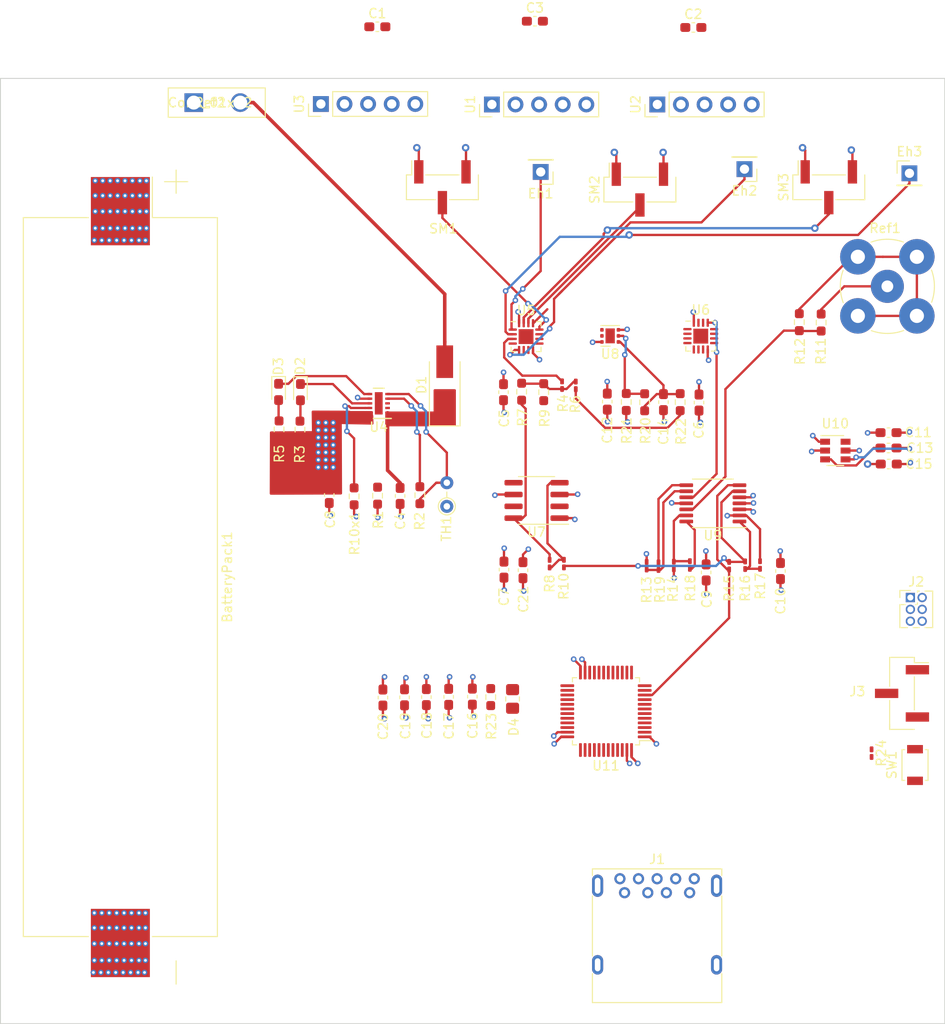
<source format=kicad_pcb>
(kicad_pcb (version 20171130) (host pcbnew "(5.1.5)-3")
  (layers (0 F.Cu signal) (1 GND signal hide) (2 Power signal hide) (31 B.Cu signal) (34 B.Paste user) (35 F.Paste user) (36 B.SilkS user) (37 F.SilkS user) (38 B.Mask user) (39 F.Mask user) (44 Edge.Cuts user))
  (net 0 "")
  (net 1 GND)
  (net 2 +3V3)
  (net 3 "Net-(C4-Pad1)")
  (net 4 -3V3)
  (net 5 "Net-(C13-Pad2)")
  (net 6 "Net-(C13-Pad1)")
  (net 7 "Net-(C14-Pad1)")
  (net 8 "Net-(D1-Pad2)")
  (net 9 "Net-(D2-Pad2)")
  (net 10 "Net-(D2-Pad1)")
  (net 11 "Net-(D3-Pad2)")
  (net 12 "Net-(D3-Pad1)")
  (net 13 "Net-(D4-Pad2)")
  (net 14 "Net-(D4-Pad1)")
  (net 15 "Net-(Eh1-Pad1)")
  (net 16 "Net-(Eh2-Pad1)")
  (net 17 "Net-(Eh3-Pad1)")
  (net 18 /USB+)
  (net 19 /USB-)
  (net 20 +5V)
  (net 21 /RESET_L)
  (net 22 "Net-(J2-Pad4)")
  (net 23 /SWCLK)
  (net 24 /SWDIO)
  (net 25 USART1_TX)
  (net 26 USART1_RX)
  (net 27 "Net-(R1-Pad1)")
  (net 28 "Net-(R2-Pad2)")
  (net 29 "Net-(R2-Pad1)")
  (net 30 "Net-(R4-Pad2)")
  (net 31 "Net-(R4-Pad1)")
  (net 32 +1V0)
  (net 33 "Net-(R7-Pad1)")
  (net 34 "Net-(R10-Pad2)")
  (net 35 "Net-(R17-Pad2)")
  (net 36 "Net-(R10-Pad1)")
  (net 37 "Net-(R11-Pad2)")
  (net 38 "Net-(R11-Pad1)")
  (net 39 "Net-(R12-Pad2)")
  (net 40 "Net-(R13-Pad2)")
  (net 41 "Net-(R14-Pad1)")
  (net 42 Eh_Sense)
  (net 43 "Net-(R16-Pad1)")
  (net 44 Ref_Out)
  (net 45 Temp_Sense)
  (net 46 "Net-(R20-Pad2)")
  (net 47 "Net-(R10x1-Pad1)")
  (net 48 "Net-(U1-Pad5)")
  (net 49 "Net-(U1-Pad3)")
  (net 50 "Net-(U1-Pad1)")
  (net 51 "Net-(U2-Pad5)")
  (net 52 "Net-(U2-Pad3)")
  (net 53 "Net-(U2-Pad1)")
  (net 54 "Net-(U3-Pad5)")
  (net 55 "Net-(U3-Pad3)")
  (net 56 "Net-(U3-Pad1)")
  (net 57 Charge_EN)
  (net 58 "Net-(SM3-Pad2)")
  (net 59 "Net-(SM2-Pad2)")
  (net 60 Moisture_Sense)
  (net 61 "Net-(SM1-Pad2)")
  (net 62 "Net-(U5-Pad11)")
  (net 63 MUX1_A1)
  (net 64 MUX1_A0)
  (net 65 "Net-(U5-Pad7)")
  (net 66 MUX1_EN)
  (net 67 "Net-(U5-Pad4)")
  (net 68 "Net-(U6-Pad13)")
  (net 69 "Net-(U6-Pad11)")
  (net 70 MUX2_A1)
  (net 71 MUX2_A0)
  (net 72 "Net-(U6-Pad7)")
  (net 73 MUX2_EN)
  (net 74 "Net-(U6-Pad5)")
  (net 75 "Net-(U6-Pad4)")
  (net 76 "Net-(U6-Pad3)")
  (net 77 "Net-(U6-Pad2)")
  (net 78 "Net-(U6-Pad1)")
  (net 79 "Net-(U8-Pad5)")
  (net 80 +1V0_EN)
  (net 81 -3V3_SHDN_L)
  (net 82 "Net-(U11-Pad46)")
  (net 83 "Net-(U11-Pad45)")
  (net 84 "Net-(U11-Pad44)")
  (net 85 "Net-(U11-Pad43)")
  (net 86 "Net-(U11-Pad42)")
  (net 87 "Net-(U11-Pad41)")
  (net 88 "Net-(U11-Pad39)")
  (net 89 "Net-(U11-Pad38)")
  (net 90 "Net-(U11-Pad29)")
  (net 91 "Net-(U11-Pad28)")
  (net 92 "Net-(U11-Pad27)")
  (net 93 "Net-(U11-Pad26)")
  (net 94 CP_SHDN_L)
  (net 95 "Net-(U11-Pad17)")
  (net 96 Ref_Elec)
  (net 97 "Net-(U11-Pad6)")
  (net 98 "Net-(U11-Pad5)")
  (net 99 "Net-(U11-Pad4)")
  (net 100 "Net-(U11-Pad3)")
  (net 101 "Net-(U11-Pad2)")
  (module mallard:mallardScrewTerm. (layer F.Cu) (at 61 36.4)
    (fp_text reference Ref2 (at 1.750003 0) (layer F.SilkS))
    (fp_text value Conn_01x02 (at 1.750003 0) (layer F.SilkS))
    (fp_text user * (at 0 0) (layer F.SilkS))
    (pad 1 thru_hole rect (at -0.000001 0) (size 2.0066 2.0066) (drill 1.4986) (layers *.Cu *.Mask) (net 1 GND))
    (pad 2 thru_hole circle (at 5.000001 0) (size 2.0066 2.0066) (drill 1.4986) (layers *.Cu *.Mask) (net 8 "Net-(D1-Pad2)"))
  )
  (module Capacitor_SMD:C_0603_1608Metric_Pad1.08x0.95mm_HandSolder (layer F.Cu) (at 96.42 86.66 270)
    (fp_text reference C21 (at 3.125 -0.05 90) (layer F.SilkS))
    (fp_text value 1uF)
    (pad 2 smd roundrect (at 0.8625 0 270) (size 1.075 0.95) (layers F.Cu F.Paste F.Mask) (net 1 GND))
    (pad 1 smd roundrect (at -0.8625 0 270) (size 1.075 0.95) (layers F.Cu F.Paste F.Mask) (net 4 -3V3))
  )
  (module Connector_PinHeader_2.54mm:PinHeader_1x03_P2.54mm_Vertical_SMD_Pin1Right (layer F.Cu) (at 129.325 45.5 90)
    (fp_text reference SM3 (at 0 -4.87 90) (layer F.SilkS))
    (fp_text value Conn_01x03)
    (pad 3 smd rect (at 1.655 2.54 90) (size 2.51 1) (layers F.Cu F.Paste F.Mask) (net 1 GND))
    (pad 1 smd rect (at 1.655 -2.54 90) (size 2.51 1) (layers F.Cu F.Paste F.Mask) (net 2 +3V3))
    (pad 2 smd rect (at -1.655 0 90) (size 2.51 1) (layers F.Cu F.Paste F.Mask) (net 58 "Net-(SM3-Pad2)"))
  )
  (module Connector_PinHeader_2.54mm:PinHeader_1x03_P2.54mm_Vertical_SMD_Pin1Right (layer F.Cu) (at 109 45.75 90)
    (fp_text reference SM2 (at 0 -4.87 90) (layer F.SilkS))
    (fp_text value Conn_01x03)
    (pad 3 smd rect (at 1.655 2.54 90) (size 2.51 1) (layers F.Cu F.Paste F.Mask) (net 1 GND))
    (pad 1 smd rect (at 1.655 -2.54 90) (size 2.51 1) (layers F.Cu F.Paste F.Mask) (net 2 +3V3))
    (pad 2 smd rect (at -1.655 0 90) (size 2.51 1) (layers F.Cu F.Paste F.Mask) (net 59 "Net-(SM2-Pad2)"))
  )
  (module Connector_PinHeader_2.54mm:PinHeader_1x03_P2.54mm_Vertical_SMD_Pin1Right (layer F.Cu) (at 87.75 45.5 90)
    (fp_text reference SM1 (at -4.45 0.1 180) (layer F.SilkS))
    (fp_text value Conn_01x03)
    (pad 3 smd rect (at 1.655 2.54 90) (size 2.51 1) (layers F.Cu F.Paste F.Mask) (net 1 GND))
    (pad 1 smd rect (at 1.655 -2.54 90) (size 2.51 1) (layers F.Cu F.Paste F.Mask) (net 2 +3V3))
    (pad 2 smd rect (at -1.655 0 90) (size 2.51 1) (layers F.Cu F.Paste F.Mask) (net 61 "Net-(SM1-Pad2)"))
  )
  (module Battery:BatteryHolder_Keystone_1042_1x18650 (layer F.Cu) (at 53.1 87.4 270)
    (fp_text reference BatteryPack1 (at 0 -11.5 90) (layer F.SilkS))
    (fp_text value 3.7V)
    (pad "" np_thru_hole circle (at -35.93 -8 270) (size 2.39 2.39) (drill 2.39) (layers *.Cu *.Mask))
    (pad "" np_thru_hole circle (at -27.6 8 270) (size 3.45 3.45) (drill 3.45) (layers *.Cu *.Mask))
    (pad "" np_thru_hole circle (at 27.6 -8 270) (size 3.45 3.45) (drill 3.45) (layers *.Cu *.Mask))
    (pad 2 smd rect (at 39.33 0 270) (size 7.34 6.35) (layers F.Cu F.Paste F.Mask) (net 1 GND))
    (pad 1 smd rect (at -39.33 0 270) (size 7.34 6.35) (layers F.Cu F.Paste F.Mask) (net 2 +3V3))
  )
  (module Package_QFP:LQFP-48_7x7mm_P0.5mm (layer F.Cu) (at 105.35 101.825 180)
    (fp_text reference U11 (at 0 -5.85) (layer F.SilkS))
    (fp_text value STM32L4Q5xx)
    (pad 48 smd roundrect (at -2.75 -4.1625 180) (size 0.3 1.475) (layers F.Cu F.Paste F.Mask) (net 2 +3V3))
    (pad 47 smd roundrect (at -2.25 -4.1625 180) (size 0.3 1.475) (layers F.Cu F.Paste F.Mask) (net 1 GND))
    (pad 46 smd roundrect (at -1.75 -4.1625 180) (size 0.3 1.475) (layers F.Cu F.Paste F.Mask) (net 82 "Net-(U11-Pad46)"))
    (pad 45 smd roundrect (at -1.25 -4.1625 180) (size 0.3 1.475) (layers F.Cu F.Paste F.Mask) (net 83 "Net-(U11-Pad45)"))
    (pad 44 smd roundrect (at -0.75 -4.1625 180) (size 0.3 1.475) (layers F.Cu F.Paste F.Mask) (net 84 "Net-(U11-Pad44)"))
    (pad 43 smd roundrect (at -0.25 -4.1625 180) (size 0.3 1.475) (layers F.Cu F.Paste F.Mask) (net 85 "Net-(U11-Pad43)"))
    (pad 42 smd roundrect (at 0.25 -4.1625 180) (size 0.3 1.475) (layers F.Cu F.Paste F.Mask) (net 86 "Net-(U11-Pad42)"))
    (pad 41 smd roundrect (at 0.75 -4.1625 180) (size 0.3 1.475) (layers F.Cu F.Paste F.Mask) (net 87 "Net-(U11-Pad41)"))
    (pad 40 smd roundrect (at 1.25 -4.1625 180) (size 0.3 1.475) (layers F.Cu F.Paste F.Mask) (net 14 "Net-(D4-Pad1)"))
    (pad 39 smd roundrect (at 1.75 -4.1625 180) (size 0.3 1.475) (layers F.Cu F.Paste F.Mask) (net 88 "Net-(U11-Pad39)"))
    (pad 38 smd roundrect (at 2.25 -4.1625 180) (size 0.3 1.475) (layers F.Cu F.Paste F.Mask) (net 89 "Net-(U11-Pad38)"))
    (pad 37 smd roundrect (at 2.75 -4.1625 180) (size 0.3 1.475) (layers F.Cu F.Paste F.Mask) (net 23 /SWCLK))
    (pad 36 smd roundrect (at 4.1625 -2.75 180) (size 1.475 0.3) (layers F.Cu F.Paste F.Mask) (net 2 +3V3))
    (pad 35 smd roundrect (at 4.1625 -2.25 180) (size 1.475 0.3) (layers F.Cu F.Paste F.Mask) (net 1 GND))
    (pad 34 smd roundrect (at 4.1625 -1.75 180) (size 1.475 0.3) (layers F.Cu F.Paste F.Mask) (net 24 /SWDIO))
    (pad 33 smd roundrect (at 4.1625 -1.25 180) (size 1.475 0.3) (layers F.Cu F.Paste F.Mask) (net 19 /USB-))
    (pad 32 smd roundrect (at 4.1625 -0.75 180) (size 1.475 0.3) (layers F.Cu F.Paste F.Mask) (net 18 /USB+))
    (pad 31 smd roundrect (at 4.1625 -0.25 180) (size 1.475 0.3) (layers F.Cu F.Paste F.Mask) (net 26 USART1_RX))
    (pad 30 smd roundrect (at 4.1625 0.25 180) (size 1.475 0.3) (layers F.Cu F.Paste F.Mask) (net 25 USART1_TX))
    (pad 29 smd roundrect (at 4.1625 0.75 180) (size 1.475 0.3) (layers F.Cu F.Paste F.Mask) (net 90 "Net-(U11-Pad29)"))
    (pad 28 smd roundrect (at 4.1625 1.25 180) (size 1.475 0.3) (layers F.Cu F.Paste F.Mask) (net 91 "Net-(U11-Pad28)"))
    (pad 27 smd roundrect (at 4.1625 1.75 180) (size 1.475 0.3) (layers F.Cu F.Paste F.Mask) (net 92 "Net-(U11-Pad27)"))
    (pad 26 smd roundrect (at 4.1625 2.25 180) (size 1.475 0.3) (layers F.Cu F.Paste F.Mask) (net 93 "Net-(U11-Pad26)"))
    (pad 25 smd roundrect (at 4.1625 2.75 180) (size 1.475 0.3) (layers F.Cu F.Paste F.Mask) (net 80 +1V0_EN))
    (pad 24 smd roundrect (at 2.75 4.1625 180) (size 0.3 1.475) (layers F.Cu F.Paste F.Mask) (net 2 +3V3))
    (pad 23 smd roundrect (at 2.25 4.1625 180) (size 0.3 1.475) (layers F.Cu F.Paste F.Mask) (net 1 GND))
    (pad 22 smd roundrect (at 1.75 4.1625 180) (size 0.3 1.475) (layers F.Cu F.Paste F.Mask) (net 94 CP_SHDN_L))
    (pad 21 smd roundrect (at 1.25 4.1625 180) (size 0.3 1.475) (layers F.Cu F.Paste F.Mask) (net 57 Charge_EN))
    (pad 20 smd roundrect (at 0.75 4.1625 180) (size 0.3 1.475) (layers F.Cu F.Paste F.Mask) (net 70 MUX2_A1))
    (pad 19 smd roundrect (at 0.25 4.1625 180) (size 0.3 1.475) (layers F.Cu F.Paste F.Mask) (net 71 MUX2_A0))
    (pad 18 smd roundrect (at -0.25 4.1625 180) (size 0.3 1.475) (layers F.Cu F.Paste F.Mask) (net 73 MUX2_EN))
    (pad 17 smd roundrect (at -0.75 4.1625 180) (size 0.3 1.475) (layers F.Cu F.Paste F.Mask) (net 95 "Net-(U11-Pad17)"))
    (pad 16 smd roundrect (at -1.25 4.1625 180) (size 0.3 1.475) (layers F.Cu F.Paste F.Mask) (net 63 MUX1_A1))
    (pad 15 smd roundrect (at -1.75 4.1625 180) (size 0.3 1.475) (layers F.Cu F.Paste F.Mask) (net 64 MUX1_A0))
    (pad 14 smd roundrect (at -2.25 4.1625 180) (size 0.3 1.475) (layers F.Cu F.Paste F.Mask) (net 66 MUX1_EN))
    (pad 13 smd roundrect (at -2.75 4.1625 180) (size 0.3 1.475) (layers F.Cu F.Paste F.Mask) (net 60 Moisture_Sense))
    (pad 12 smd roundrect (at -4.1625 2.75 180) (size 1.475 0.3) (layers F.Cu F.Paste F.Mask) (net 96 Ref_Elec))
    (pad 11 smd roundrect (at -4.1625 2.25 180) (size 1.475 0.3) (layers F.Cu F.Paste F.Mask) (net 45 Temp_Sense))
    (pad 10 smd roundrect (at -4.1625 1.75 180) (size 1.475 0.3) (layers F.Cu F.Paste F.Mask) (net 42 Eh_Sense))
    (pad 9 smd roundrect (at -4.1625 1.25 180) (size 1.475 0.3) (layers F.Cu F.Paste F.Mask) (net 2 +3V3))
    (pad 8 smd roundrect (at -4.1625 0.75 180) (size 1.475 0.3) (layers F.Cu F.Paste F.Mask) (net 1 GND))
    (pad 7 smd roundrect (at -4.1625 0.25 180) (size 1.475 0.3) (layers F.Cu F.Paste F.Mask) (net 21 /RESET_L))
    (pad 6 smd roundrect (at -4.1625 -0.25 180) (size 1.475 0.3) (layers F.Cu F.Paste F.Mask) (net 97 "Net-(U11-Pad6)"))
    (pad 5 smd roundrect (at -4.1625 -0.75 180) (size 1.475 0.3) (layers F.Cu F.Paste F.Mask) (net 98 "Net-(U11-Pad5)"))
    (pad 4 smd roundrect (at -4.1625 -1.25 180) (size 1.475 0.3) (layers F.Cu F.Paste F.Mask) (net 99 "Net-(U11-Pad4)"))
    (pad 3 smd roundrect (at -4.1625 -1.75 180) (size 1.475 0.3) (layers F.Cu F.Paste F.Mask) (net 100 "Net-(U11-Pad3)"))
    (pad 2 smd roundrect (at -4.1625 -2.25 180) (size 1.475 0.3) (layers F.Cu F.Paste F.Mask) (net 101 "Net-(U11-Pad2)"))
    (pad 1 smd roundrect (at -4.1625 -2.75 180) (size 1.475 0.3) (layers F.Cu F.Paste F.Mask) (net 2 +3V3))
  )
  (module Package_TO_SOT_SMD:SOT-23-6 (layer F.Cu) (at 130.025 73.8)
    (fp_text reference U10 (at 0 -2.9) (layer F.SilkS))
    (fp_text value LTC1983ES6-3)
    (pad 5 smd rect (at 1.1 0) (size 1.06 0.65) (layers F.Cu F.Paste F.Mask) (net 1 GND))
    (pad 6 smd rect (at 1.1 -0.95) (size 1.06 0.65) (layers F.Cu F.Paste F.Mask) (net 81 -3V3_SHDN_L))
    (pad 4 smd rect (at 1.1 0.95) (size 1.06 0.65) (layers F.Cu F.Paste F.Mask) (net 5 "Net-(C13-Pad2)"))
    (pad 3 smd rect (at -1.1 0.95) (size 1.06 0.65) (layers F.Cu F.Paste F.Mask) (net 6 "Net-(C13-Pad1)"))
    (pad 2 smd rect (at -1.1 0) (size 1.06 0.65) (layers F.Cu F.Paste F.Mask) (net 4 -3V3))
    (pad 1 smd rect (at -1.1 -0.95) (size 1.06 0.65) (layers F.Cu F.Paste F.Mask) (net 2 +3V3))
  )
  (module Package_SO:TSSOP-14_4.4x5mm_P0.65mm (layer F.Cu) (at 116.85 79.475 180)
    (fp_text reference U9 (at 0 -3.45) (layer F.SilkS))
    (fp_text value LMV554)
    (pad 14 smd roundrect (at 2.8625 -1.95 180) (size 1.475 0.4) (layers F.Cu F.Paste F.Mask) (net 44 Ref_Out))
    (pad 13 smd roundrect (at 2.8625 -1.3 180) (size 1.475 0.4) (layers F.Cu F.Paste F.Mask) (net 41 "Net-(R14-Pad1)"))
    (pad 12 smd roundrect (at 2.8625 -0.65 180) (size 1.475 0.4) (layers F.Cu F.Paste F.Mask) (net 38 "Net-(R11-Pad1)"))
    (pad 11 smd roundrect (at 2.8625 0 180) (size 1.475 0.4) (layers F.Cu F.Paste F.Mask) (net 4 -3V3))
    (pad 10 smd roundrect (at 2.8625 0.65 180) (size 1.475 0.4) (layers F.Cu F.Paste F.Mask) (net 68 "Net-(U6-Pad13)"))
    (pad 9 smd roundrect (at 2.8625 1.3 180) (size 1.475 0.4) (layers F.Cu F.Paste F.Mask) (net 40 "Net-(R13-Pad2)"))
    (pad 8 smd roundrect (at 2.8625 1.95 180) (size 1.475 0.4) (layers F.Cu F.Paste F.Mask) (net 45 Temp_Sense))
    (pad 7 smd roundrect (at -2.8625 1.95 180) (size 1.475 0.4) (layers F.Cu F.Paste F.Mask) (net 42 Eh_Sense))
    (pad 6 smd roundrect (at -2.8625 1.3 180) (size 1.475 0.4) (layers F.Cu F.Paste F.Mask) (net 36 "Net-(R10-Pad1)"))
    (pad 5 smd roundrect (at -2.8625 0.65 180) (size 1.475 0.4) (layers F.Cu F.Paste F.Mask) (net 1 GND))
    (pad 4 smd roundrect (at -2.8625 0 180) (size 1.475 0.4) (layers F.Cu F.Paste F.Mask) (net 2 +3V3))
    (pad 3 smd roundrect (at -2.8625 -0.65 180) (size 1.475 0.4) (layers F.Cu F.Paste F.Mask) (net 1 GND))
    (pad 2 smd roundrect (at -2.8625 -1.3 180) (size 1.475 0.4) (layers F.Cu F.Paste F.Mask) (net 35 "Net-(R17-Pad2)"))
    (pad 1 smd roundrect (at -2.8625 -1.95 180) (size 1.475 0.4) (layers F.Cu F.Paste F.Mask) (net 43 "Net-(R16-Pad1)"))
  )
  (module Package_SON:WSON-6-1EP_2x2mm_P0.65mm_EP1x1.6mm (layer F.Cu) (at 105.8 61.475 180)
    (fp_text reference U8 (at 0 -1.95) (layer F.SilkS))
    (fp_text value TPS71710DRVR)
    (pad 7 smd rect (at 0 0 180) (size 1 1.6) (layers F.Cu F.Mask) (net 1 GND))
    (pad 6 smd roundrect (at 0.8875 -0.65 180) (size 0.375 0.4) (layers F.Cu F.Paste F.Mask) (net 2 +3V3))
    (pad 5 smd roundrect (at 0.8875 0 180) (size 0.375 0.4) (layers F.Cu F.Paste F.Mask) (net 79 "Net-(U8-Pad5)"))
    (pad 4 smd roundrect (at 0.8875 0.65 180) (size 0.375 0.4) (layers F.Cu F.Paste F.Mask) (net 80 +1V0_EN))
    (pad 3 smd roundrect (at -0.8875 0.65 180) (size 0.375 0.4) (layers F.Cu F.Paste F.Mask) (net 1 GND))
    (pad 2 smd roundrect (at -0.8875 0 180) (size 0.375 0.4) (layers F.Cu F.Paste F.Mask) (net 46 "Net-(R20-Pad2)"))
    (pad 1 smd roundrect (at -0.8875 -0.65 180) (size 0.375 0.4) (layers F.Cu F.Paste F.Mask) (net 7 "Net-(C14-Pad1)"))
  )
  (module Package_SO:SOIC-8_3.9x4.9mm_P1.27mm (layer F.Cu) (at 97.88 79.16 180)
    (fp_text reference U7 (at 0 -3.4) (layer F.SilkS))
    (fp_text value LMP7721)
    (pad 8 smd roundrect (at 2.475 -1.905 180) (size 1.95 0.6) (layers F.Cu F.Paste F.Mask) (net 33 "Net-(R7-Pad1)"))
    (pad 7 smd roundrect (at 2.475 -0.635 180) (size 1.95 0.6) (layers F.Cu F.Paste F.Mask))
    (pad 6 smd roundrect (at 2.475 0.635 180) (size 1.95 0.6) (layers F.Cu F.Paste F.Mask) (net 2 +3V3))
    (pad 5 smd roundrect (at 2.475 1.905 180) (size 1.95 0.6) (layers F.Cu F.Paste F.Mask))
    (pad 4 smd roundrect (at -2.475 1.905 180) (size 1.95 0.6) (layers F.Cu F.Paste F.Mask) (net 34 "Net-(R10-Pad2)"))
    (pad 3 smd roundrect (at -2.475 0.635 180) (size 1.95 0.6) (layers F.Cu F.Paste F.Mask) (net 4 -3V3))
    (pad 2 smd roundrect (at -2.475 -0.635 180) (size 1.95 0.6) (layers F.Cu F.Paste F.Mask))
    (pad 1 smd roundrect (at -2.475 -1.905 180) (size 1.95 0.6) (layers F.Cu F.Paste F.Mask) (net 1 GND))
  )
  (module Package_DFN_QFN:WQFN-16-1EP_3x3mm_P0.5mm_EP1.6x1.6mm (layer F.Cu) (at 115.55 61.5)
    (fp_text reference U6 (at 0 -2.82) (layer F.SilkS))
    (fp_text value TMUX1309)
    (pad 17 smd rect (at 0 0) (size 1.6 1.6) (layers F.Cu F.Mask))
    (pad 16 smd roundrect (at -0.75 -1.4375) (size 0.25 0.875) (layers F.Cu F.Paste F.Mask) (net 2 +3V3))
    (pad 15 smd roundrect (at -0.25 -1.4375) (size 0.25 0.875) (layers F.Cu F.Paste F.Mask) (net 55 "Net-(U3-Pad3)"))
    (pad 14 smd roundrect (at 0.25 -1.4375) (size 0.25 0.875) (layers F.Cu F.Paste F.Mask) (net 52 "Net-(U2-Pad3)"))
    (pad 13 smd roundrect (at 0.75 -1.4375) (size 0.25 0.875) (layers F.Cu F.Paste F.Mask) (net 68 "Net-(U6-Pad13)"))
    (pad 12 smd roundrect (at 1.4375 -0.75) (size 0.875 0.25) (layers F.Cu F.Paste F.Mask) (net 49 "Net-(U1-Pad3)"))
    (pad 11 smd roundrect (at 1.4375 -0.25) (size 0.875 0.25) (layers F.Cu F.Paste F.Mask) (net 69 "Net-(U6-Pad11)"))
    (pad 10 smd roundrect (at 1.4375 0.25) (size 0.875 0.25) (layers F.Cu F.Paste F.Mask) (net 70 MUX2_A1))
    (pad 9 smd roundrect (at 1.4375 0.75) (size 0.875 0.25) (layers F.Cu F.Paste F.Mask) (net 71 MUX2_A0))
    (pad 8 smd roundrect (at 0.75 1.4375) (size 0.25 0.875) (layers F.Cu F.Paste F.Mask) (net 1 GND))
    (pad 7 smd roundrect (at 0.25 1.4375) (size 0.25 0.875) (layers F.Cu F.Paste F.Mask) (net 72 "Net-(U6-Pad7)"))
    (pad 6 smd roundrect (at -0.25 1.4375) (size 0.25 0.875) (layers F.Cu F.Paste F.Mask) (net 73 MUX2_EN))
    (pad 5 smd roundrect (at -0.75 1.4375) (size 0.25 0.875) (layers F.Cu F.Paste F.Mask) (net 74 "Net-(U6-Pad5)"))
    (pad 4 smd roundrect (at -1.4375 0.75) (size 0.875 0.25) (layers F.Cu F.Paste F.Mask) (net 75 "Net-(U6-Pad4)"))
    (pad 3 smd roundrect (at -1.4375 0.25) (size 0.875 0.25) (layers F.Cu F.Paste F.Mask) (net 76 "Net-(U6-Pad3)"))
    (pad 2 smd roundrect (at -1.4375 -0.25) (size 0.875 0.25) (layers F.Cu F.Paste F.Mask) (net 77 "Net-(U6-Pad2)"))
    (pad 1 smd roundrect (at -1.4375 -0.75) (size 0.875 0.25) (layers F.Cu F.Paste F.Mask) (net 78 "Net-(U6-Pad1)"))
  )
  (module Package_DFN_QFN:WQFN-16-1EP_3x3mm_P0.5mm_EP1.6x1.6mm (layer F.Cu) (at 96.75 61.55)
    (fp_text reference U5 (at 0 -2.82) (layer F.SilkS))
    (fp_text value TMUX1309)
    (pad 17 smd rect (at 0 0) (size 1.6 1.6) (layers F.Cu F.Mask))
    (pad 16 smd roundrect (at -0.75 -1.4375) (size 0.25 0.875) (layers F.Cu F.Paste F.Mask) (net 2 +3V3))
    (pad 15 smd roundrect (at -0.25 -1.4375) (size 0.25 0.875) (layers F.Cu F.Paste F.Mask) (net 58 "Net-(SM3-Pad2)"))
    (pad 14 smd roundrect (at 0.25 -1.4375) (size 0.25 0.875) (layers F.Cu F.Paste F.Mask) (net 59 "Net-(SM2-Pad2)"))
    (pad 13 smd roundrect (at 0.75 -1.4375) (size 0.25 0.875) (layers F.Cu F.Paste F.Mask) (net 60 Moisture_Sense))
    (pad 12 smd roundrect (at 1.4375 -0.75) (size 0.875 0.25) (layers F.Cu F.Paste F.Mask) (net 61 "Net-(SM1-Pad2)"))
    (pad 11 smd roundrect (at 1.4375 -0.25) (size 0.875 0.25) (layers F.Cu F.Paste F.Mask) (net 62 "Net-(U5-Pad11)"))
    (pad 10 smd roundrect (at 1.4375 0.25) (size 0.875 0.25) (layers F.Cu F.Paste F.Mask) (net 63 MUX1_A1))
    (pad 9 smd roundrect (at 1.4375 0.75) (size 0.875 0.25) (layers F.Cu F.Paste F.Mask) (net 64 MUX1_A0))
    (pad 8 smd roundrect (at 0.75 1.4375) (size 0.25 0.875) (layers F.Cu F.Paste F.Mask) (net 1 GND))
    (pad 7 smd roundrect (at 0.25 1.4375) (size 0.25 0.875) (layers F.Cu F.Paste F.Mask) (net 65 "Net-(U5-Pad7)"))
    (pad 6 smd roundrect (at -0.25 1.4375) (size 0.25 0.875) (layers F.Cu F.Paste F.Mask) (net 66 MUX1_EN))
    (pad 5 smd roundrect (at -0.75 1.4375) (size 0.25 0.875) (layers F.Cu F.Paste F.Mask) (net 16 "Net-(Eh2-Pad1)"))
    (pad 4 smd roundrect (at -1.4375 0.75) (size 0.875 0.25) (layers F.Cu F.Paste F.Mask) (net 67 "Net-(U5-Pad4)"))
    (pad 3 smd roundrect (at -1.4375 0.25) (size 0.875 0.25) (layers F.Cu F.Paste F.Mask) (net 30 "Net-(R4-Pad2)"))
    (pad 2 smd roundrect (at -1.4375 -0.25) (size 0.875 0.25) (layers F.Cu F.Paste F.Mask) (net 17 "Net-(Eh3-Pad1)"))
    (pad 1 smd roundrect (at -1.4375 -0.75) (size 0.875 0.25) (layers F.Cu F.Paste F.Mask) (net 15 "Net-(Eh1-Pad1)"))
  )
  (module Package_SON:WSON-10-1EP_2x3mm_P0.5mm_EP0.84x2.4mm (layer F.Cu) (at 80.9 68.725 180)
    (fp_text reference U4 (at 0 -2.55) (layer F.SilkS))
    (fp_text value BQ24210DQCT)
    (pad 11 smd rect (at 0 0 180) (size 0.84 2.4) (layers F.Cu F.Mask))
    (pad 10 smd rect (at 0.95 -1 180) (size 0.5 0.25) (layers F.Cu F.Paste F.Mask) (net 2 +3V3))
    (pad 9 smd rect (at 0.95 -0.5 180) (size 0.5 0.25) (layers F.Cu F.Paste F.Mask) (net 47 "Net-(R10x1-Pad1)"))
    (pad 8 smd rect (at 0.95 0 180) (size 0.5 0.25) (layers F.Cu F.Paste F.Mask) (net 10 "Net-(D2-Pad1)"))
    (pad 7 smd rect (at 0.95 0.5 180) (size 0.5 0.25) (layers F.Cu F.Paste F.Mask) (net 57 Charge_EN))
    (pad 6 smd rect (at 0.95 1 180) (size 0.5 0.25) (layers F.Cu F.Paste F.Mask) (net 12 "Net-(D3-Pad1)"))
    (pad 5 smd rect (at -0.95 1 180) (size 0.5 0.25) (layers F.Cu F.Paste F.Mask) (net 28 "Net-(R2-Pad2)"))
    (pad 4 smd rect (at -0.95 0.5 180) (size 0.5 0.25) (layers F.Cu F.Paste F.Mask) (net 29 "Net-(R2-Pad1)"))
    (pad 3 smd rect (at -0.95 0 180) (size 0.5 0.25) (layers F.Cu F.Paste F.Mask) (net 1 GND))
    (pad 2 smd rect (at -0.95 -0.5 180) (size 0.5 0.25) (layers F.Cu F.Paste F.Mask) (net 27 "Net-(R1-Pad1)"))
    (pad 1 smd rect (at -0.95 -1 180) (size 0.5 0.25) (layers F.Cu F.Paste F.Mask) (net 3 "Net-(C4-Pad1)"))
  )
  (module Connector_PinHeader_2.54mm:PinHeader_1x05_P2.54mm_Vertical (layer F.Cu) (at 74.675 36.55 90)
    (fp_text reference U3 (at 0 -2.33 90) (layer F.SilkS))
    (fp_text value TMP235)
    (pad 5 thru_hole oval (at 0 10.16 90) (size 1.7 1.7) (drill 1) (layers *.Cu *.Mask) (net 54 "Net-(U3-Pad5)"))
    (pad 4 thru_hole oval (at 0 7.62 90) (size 1.7 1.7) (drill 1) (layers *.Cu *.Mask) (net 2 +3V3))
    (pad 3 thru_hole oval (at 0 5.08 90) (size 1.7 1.7) (drill 1) (layers *.Cu *.Mask) (net 55 "Net-(U3-Pad3)"))
    (pad 2 thru_hole oval (at 0 2.54 90) (size 1.7 1.7) (drill 1) (layers *.Cu *.Mask) (net 1 GND))
    (pad 1 thru_hole rect (at 0 0 90) (size 1.7 1.7) (drill 1) (layers *.Cu *.Mask) (net 56 "Net-(U3-Pad1)"))
  )
  (module Connector_PinHeader_2.54mm:PinHeader_1x05_P2.54mm_Vertical (layer F.Cu) (at 110.875 36.6 90)
    (fp_text reference U2 (at 0 -2.33 90) (layer F.SilkS))
    (fp_text value TMP235)
    (pad 5 thru_hole oval (at 0 10.16 90) (size 1.7 1.7) (drill 1) (layers *.Cu *.Mask) (net 51 "Net-(U2-Pad5)"))
    (pad 4 thru_hole oval (at 0 7.62 90) (size 1.7 1.7) (drill 1) (layers *.Cu *.Mask) (net 2 +3V3))
    (pad 3 thru_hole oval (at 0 5.08 90) (size 1.7 1.7) (drill 1) (layers *.Cu *.Mask) (net 52 "Net-(U2-Pad3)"))
    (pad 2 thru_hole oval (at 0 2.54 90) (size 1.7 1.7) (drill 1) (layers *.Cu *.Mask) (net 1 GND))
    (pad 1 thru_hole rect (at 0 0 90) (size 1.7 1.7) (drill 1) (layers *.Cu *.Mask) (net 53 "Net-(U2-Pad1)"))
  )
  (module Connector_PinHeader_2.54mm:PinHeader_1x05_P2.54mm_Vertical (layer F.Cu) (at 93.075 36.6 90)
    (fp_text reference U1 (at 0 -2.33 90) (layer F.SilkS))
    (fp_text value TMP235)
    (pad 5 thru_hole oval (at 0 10.16 90) (size 1.7 1.7) (drill 1) (layers *.Cu *.Mask) (net 48 "Net-(U1-Pad5)"))
    (pad 4 thru_hole oval (at 0 7.62 90) (size 1.7 1.7) (drill 1) (layers *.Cu *.Mask) (net 2 +3V3))
    (pad 3 thru_hole oval (at 0 5.08 90) (size 1.7 1.7) (drill 1) (layers *.Cu *.Mask) (net 49 "Net-(U1-Pad3)"))
    (pad 2 thru_hole oval (at 0 2.54 90) (size 1.7 1.7) (drill 1) (layers *.Cu *.Mask) (net 1 GND))
    (pad 1 thru_hole rect (at 0 0 90) (size 1.7 1.7) (drill 1) (layers *.Cu *.Mask) (net 50 "Net-(U1-Pad1)"))
  )
  (module Resistor_THT:R_Axial_DIN0204_L3.6mm_D1.6mm_P2.54mm_Vertical (layer F.Cu) (at 88.225 79.8 90)
    (fp_text reference TH1 (at -2.4 -0.05 90) (layer F.SilkS))
    (fp_text value 103AT)
    (pad 2 thru_hole oval (at 2.54 0 90) (size 1.4 1.4) (drill 0.7) (layers *.Cu *.Mask) (net 28 "Net-(R2-Pad2)"))
    (pad 1 thru_hole circle (at 0 0 90) (size 1.4 1.4) (drill 0.7) (layers *.Cu *.Mask) (net 1 GND))
  )
  (module Button_Switch_SMD:SW_SPST_B3U-1000P (layer F.Cu) (at 138.6 107.6 90)
    (fp_text reference SW1 (at 0 -2.5 90) (layer F.SilkS))
    (fp_text value "RESET Switch")
    (pad 2 smd rect (at 1.7 0 90) (size 0.9 1.7) (layers F.Cu F.Paste F.Mask) (net 21 /RESET_L))
    (pad 1 smd rect (at -1.7 0 90) (size 0.9 1.7) (layers F.Cu F.Paste F.Mask) (net 1 GND))
  )
  (module Connector_Coaxial:BNC_TEConnectivity_1478204_Vertical (layer F.Cu) (at 135.625 56.15)
    (fp_text reference Ref1 (at -0.25 -6.25) (layer F.SilkS))
    (fp_text value Conn_01x02)
    (pad 2 thru_hole circle (at 3.175 3.175) (size 3.81 3.81) (drill 1.524) (layers *.Cu *.Mask) (net 39 "Net-(R12-Pad2)"))
    (pad 2 thru_hole circle (at -3.175 3.175) (size 3.81 3.81) (drill 1.524) (layers *.Cu *.Mask) (net 39 "Net-(R12-Pad2)"))
    (pad 2 thru_hole circle (at 3.175 -3.175) (size 3.81 3.81) (drill 1.524) (layers *.Cu *.Mask) (net 39 "Net-(R12-Pad2)"))
    (pad 1 thru_hole circle (at 0 0) (size 3.556 3.556) (drill 1.27) (layers *.Cu *.Mask) (net 37 "Net-(R11-Pad2)"))
    (pad 2 thru_hole circle (at -3.175 -3.175) (size 3.81 3.81) (drill 1.524) (layers *.Cu *.Mask) (net 39 "Net-(R12-Pad2)"))
  )
  (module Resistor_SMD:R_0603_1608Metric_Pad0.98x0.95mm_HandSolder (layer F.Cu) (at 78.25 78.725 270)
    (fp_text reference R10x1 (at 4 -0.05 90) (layer F.SilkS))
    (fp_text value 5.1k)
    (pad 2 smd roundrect (at 0.9125 0 270) (size 0.975 0.95) (layers F.Cu F.Paste F.Mask) (net 1 GND))
    (pad 1 smd roundrect (at -0.9125 0 270) (size 0.975 0.95) (layers F.Cu F.Paste F.Mask) (net 47 "Net-(R10x1-Pad1)"))
  )
  (module Resistor_SMD:R_0201_0603Metric_Pad0.64x0.40mm_HandSolder (layer F.Cu) (at 133.925 106.325 270)
    (fp_text reference R24 (at 0 -1.05 90) (layer F.SilkS))
    (fp_text value 10k)
    (pad 2 smd roundrect (at 0.4075 0 270) (size 0.635 0.4) (layers F.Cu F.Mask) (net 2 +3V3))
    (pad 1 smd roundrect (at -0.4075 0 270) (size 0.635 0.4) (layers F.Cu F.Mask) (net 21 /RESET_L))
  )
  (module Resistor_SMD:R_0603_1608Metric_Pad0.98x0.95mm_HandSolder (layer F.Cu) (at 92.95 100.3 90)
    (fp_text reference R23 (at -3.15 0.075 90) (layer F.SilkS))
    (fp_text value 680)
    (pad 2 smd roundrect (at 0.9125 0 90) (size 0.975 0.95) (layers F.Cu F.Paste F.Mask) (net 13 "Net-(D4-Pad2)"))
    (pad 1 smd roundrect (at -0.9125 0 90) (size 0.975 0.95) (layers F.Cu F.Paste F.Mask) (net 2 +3V3))
  )
  (module Resistor_SMD:R_0603_1608Metric_Pad0.98x0.95mm_HandSolder (layer F.Cu) (at 113.335 68.595 90)
    (fp_text reference R22 (at -3.155 0.095 270) (layer F.SilkS))
    (fp_text value Jumper)
    (pad 2 smd roundrect (at 0.9125 0 90) (size 0.975 0.95) (layers F.Cu F.Paste F.Mask) (net 7 "Net-(C14-Pad1)"))
    (pad 1 smd roundrect (at -0.9125 0 90) (size 0.975 0.95) (layers F.Cu F.Paste F.Mask) (net 32 +1V0))
  )
  (module Resistor_SMD:R_0603_1608Metric_Pad0.98x0.95mm_HandSolder (layer F.Cu) (at 107.53 68.58 270)
    (fp_text reference R21 (at 3.075 -0.05 90) (layer F.SilkS))
    (fp_text value 324k)
    (pad 2 smd roundrect (at 0.9125 0 270) (size 0.975 0.95) (layers F.Cu F.Paste F.Mask) (net 1 GND))
    (pad 1 smd roundrect (at -0.9125 0 270) (size 0.975 0.95) (layers F.Cu F.Paste F.Mask) (net 46 "Net-(R20-Pad2)"))
  )
  (module Resistor_SMD:R_0603_1608Metric_Pad0.98x0.95mm_HandSolder (layer F.Cu) (at 109.51 68.61 90)
    (fp_text reference R20 (at -3.05 0.1 270) (layer F.SilkS))
    (fp_text value 80.6k)
    (pad 2 smd roundrect (at 0.9125 0 90) (size 0.975 0.95) (layers F.Cu F.Paste F.Mask) (net 46 "Net-(R20-Pad2)"))
    (pad 1 smd roundrect (at -0.9125 0 90) (size 0.975 0.95) (layers F.Cu F.Paste F.Mask) (net 7 "Net-(C14-Pad1)"))
  )
  (module Resistor_SMD:R_0201_0603Metric_Pad0.64x0.40mm_HandSolder (layer F.Cu) (at 111 86.225 270)
    (fp_text reference R19 (at 2.525 -0.15 90) (layer F.SilkS))
    (fp_text value 20k)
    (pad 2 smd roundrect (at 0.4075 0 270) (size 0.635 0.4) (layers F.Cu F.Mask) (net 40 "Net-(R13-Pad2)"))
    (pad 1 smd roundrect (at -0.4075 0 270) (size 0.635 0.4) (layers F.Cu F.Mask) (net 45 Temp_Sense))
  )
  (module Resistor_SMD:R_0201_0603Metric_Pad0.64x0.40mm_HandSolder (layer F.Cu) (at 114.375 86.1 90)
    (fp_text reference R18 (at -2.5 0.05 90) (layer F.SilkS))
    (fp_text value 9.1k)
    (pad 2 smd roundrect (at 0.4075 0 90) (size 0.635 0.4) (layers F.Cu F.Mask) (net 41 "Net-(R14-Pad1)"))
    (pad 1 smd roundrect (at -0.4075 0 90) (size 0.635 0.4) (layers F.Cu F.Mask) (net 44 Ref_Out))
  )
  (module Resistor_SMD:R_0201_0603Metric_Pad0.64x0.40mm_HandSolder (layer F.Cu) (at 121.925 86.1 90)
    (fp_text reference R17 (at -2.275 0.025 90) (layer F.SilkS))
    (fp_text value 10k)
    (pad 2 smd roundrect (at 0.4075 0 90) (size 0.635 0.4) (layers F.Cu F.Mask) (net 35 "Net-(R17-Pad2)"))
    (pad 1 smd roundrect (at -0.4075 0 90) (size 0.635 0.4) (layers F.Cu F.Mask) (net 43 "Net-(R16-Pad1)"))
  )
  (module Resistor_SMD:R_0201_0603Metric_Pad0.64x0.40mm_HandSolder (layer F.Cu) (at 120.325 86.125 90)
    (fp_text reference R16 (at -2.475 0 90) (layer F.SilkS))
    (fp_text value "20k DNI")
    (pad 2 smd roundrect (at 0.4075 0 90) (size 0.635 0.4) (layers F.Cu F.Mask) (net 36 "Net-(R10-Pad1)"))
    (pad 1 smd roundrect (at -0.4075 0 90) (size 0.635 0.4) (layers F.Cu F.Mask) (net 43 "Net-(R16-Pad1)"))
  )
  (module Resistor_SMD:R_0201_0603Metric_Pad0.64x0.40mm_HandSolder (layer F.Cu) (at 118.6 86.175 90)
    (fp_text reference R15 (at -2.425 0 90) (layer F.SilkS))
    (fp_text value 30k)
    (pad 2 smd roundrect (at 0.4075 0 90) (size 0.635 0.4) (layers F.Cu F.Mask) (net 36 "Net-(R10-Pad1)"))
    (pad 1 smd roundrect (at -0.4075 0 90) (size 0.635 0.4) (layers F.Cu F.Mask) (net 42 Eh_Sense))
  )
  (module Resistor_SMD:R_0201_0603Metric_Pad0.64x0.40mm_HandSolder (layer F.Cu) (at 112.65 86.15 270)
    (fp_text reference R14 (at 2.5 0.1 90) (layer F.SilkS))
    (fp_text value 1k)
    (pad 2 smd roundrect (at 0.4075 0 270) (size 0.635 0.4) (layers F.Cu F.Mask) (net 1 GND))
    (pad 1 smd roundrect (at -0.4075 0 270) (size 0.635 0.4) (layers F.Cu F.Mask) (net 41 "Net-(R14-Pad1)"))
  )
  (module Resistor_SMD:R_0201_0603Metric_Pad0.64x0.40mm_HandSolder (layer F.Cu) (at 109.725 86.175 270)
    (fp_text reference R13 (at 2.6 0 90) (layer F.SilkS))
    (fp_text value 10k)
    (pad 2 smd roundrect (at 0.4075 0 270) (size 0.635 0.4) (layers F.Cu F.Mask) (net 40 "Net-(R13-Pad2)"))
    (pad 1 smd roundrect (at -0.4075 0 270) (size 0.635 0.4) (layers F.Cu F.Mask) (net 1 GND))
  )
  (module Resistor_SMD:R_0603_1608Metric_Pad0.98x0.95mm_HandSolder (layer F.Cu) (at 126.15 60 90)
    (fp_text reference R12 (at -3.15 0.075 90) (layer F.SilkS))
    (fp_text value Jumper)
    (pad 2 smd roundrect (at 0.9125 0 90) (size 0.975 0.95) (layers F.Cu F.Paste F.Mask) (net 39 "Net-(R12-Pad2)"))
    (pad 1 smd roundrect (at -0.9125 0 90) (size 0.975 0.95) (layers F.Cu F.Paste F.Mask) (net 38 "Net-(R11-Pad1)"))
  )
  (module Resistor_SMD:R_0603_1608Metric_Pad0.98x0.95mm_HandSolder (layer F.Cu) (at 128.5 60.0375 90)
    (fp_text reference R11 (at -3.0875 -0.025 90) (layer F.SilkS))
    (fp_text value Jumper)
    (pad 2 smd roundrect (at 0.9125 0 90) (size 0.975 0.95) (layers F.Cu F.Paste F.Mask) (net 37 "Net-(R11-Pad2)"))
    (pad 1 smd roundrect (at -0.9125 0 90) (size 0.975 0.95) (layers F.Cu F.Paste F.Mask) (net 38 "Net-(R11-Pad1)"))
  )
  (module Resistor_SMD:R_0201_0603Metric_Pad0.64x0.40mm_HandSolder (layer F.Cu) (at 100.825 85.95 90)
    (fp_text reference R10 (at -2.45 -0.025 90) (layer F.SilkS))
    (fp_text value 20k)
    (pad 2 smd roundrect (at 0.4075 0 90) (size 0.635 0.4) (layers F.Cu F.Mask) (net 34 "Net-(R10-Pad2)"))
    (pad 1 smd roundrect (at -0.4075 0 90) (size 0.635 0.4) (layers F.Cu F.Mask) (net 36 "Net-(R10-Pad1)"))
  )
  (module Resistor_SMD:R_0603_1608Metric_Pad0.98x0.95mm_HandSolder (layer F.Cu) (at 98.65 67.525 90)
    (fp_text reference R9 (at -2.8 0.1 90) (layer F.SilkS))
    (fp_text value "Jumper DNI")
    (pad 2 smd roundrect (at 0.9125 0 90) (size 0.975 0.95) (layers F.Cu F.Paste F.Mask) (net 31 "Net-(R4-Pad1)"))
    (pad 1 smd roundrect (at -0.9125 0 90) (size 0.975 0.95) (layers F.Cu F.Paste F.Mask) (net 35 "Net-(R17-Pad2)"))
  )
  (module Resistor_SMD:R_0201_0603Metric_Pad0.64x0.40mm_HandSolder (layer F.Cu) (at 99.285 85.955 90)
    (fp_text reference R8 (at -2.15 0 90) (layer F.SilkS))
    (fp_text value 10k)
    (pad 2 smd roundrect (at 0.4075 0 90) (size 0.635 0.4) (layers F.Cu F.Mask) (net 33 "Net-(R7-Pad1)"))
    (pad 1 smd roundrect (at -0.4075 0 90) (size 0.635 0.4) (layers F.Cu F.Mask) (net 34 "Net-(R10-Pad2)"))
  )
  (module Resistor_SMD:R_0603_1608Metric_Pad0.98x0.95mm_HandSolder (layer F.Cu) (at 96.275 67.475 90)
    (fp_text reference R7 (at -2.775 0.1 90) (layer F.SilkS))
    (fp_text value Jumper)
    (pad 2 smd roundrect (at 0.9125 0 90) (size 0.975 0.95) (layers F.Cu F.Paste F.Mask) (net 31 "Net-(R4-Pad1)"))
    (pad 1 smd roundrect (at -0.9125 0 90) (size 0.975 0.95) (layers F.Cu F.Paste F.Mask) (net 33 "Net-(R7-Pad1)"))
  )
  (module Resistor_SMD:R_0201_0603Metric_Pad0.64x0.40mm_HandSolder (layer F.Cu) (at 102.1 66.7925 270)
    (fp_text reference R6 (at 2.025 0.05 90) (layer F.SilkS))
    (fp_text value 10k)
    (pad 2 smd roundrect (at 0.4075 0 270) (size 0.635 0.4) (layers F.Cu F.Mask) (net 32 +1V0))
    (pad 1 smd roundrect (at -0.4075 0 270) (size 0.635 0.4) (layers F.Cu F.Mask) (net 31 "Net-(R4-Pad1)"))
  )
  (module Resistor_SMD:R_0603_1608Metric_Pad0.98x0.95mm_HandSolder (layer F.Cu) (at 70.175 71.525 90)
    (fp_text reference R5 (at -2.625 0.025 90) (layer F.SilkS))
    (fp_text value 3.6k)
    (pad 2 smd roundrect (at 0.9125 0 90) (size 0.975 0.95) (layers F.Cu F.Paste F.Mask) (net 11 "Net-(D3-Pad2)"))
    (pad 1 smd roundrect (at -0.9125 0 90) (size 0.975 0.95) (layers F.Cu F.Paste F.Mask) (net 2 +3V3))
  )
  (module Resistor_SMD:R_0201_0603Metric_Pad0.64x0.40mm_HandSolder (layer F.Cu) (at 100.625 66.775 90)
    (fp_text reference R4 (at -1.95 0.1 90) (layer F.SilkS))
    (fp_text value 10k)
    (pad 2 smd roundrect (at 0.4075 0 90) (size 0.635 0.4) (layers F.Cu F.Mask) (net 30 "Net-(R4-Pad2)"))
    (pad 1 smd roundrect (at -0.4075 0 90) (size 0.635 0.4) (layers F.Cu F.Mask) (net 31 "Net-(R4-Pad1)"))
  )
  (module Resistor_SMD:R_0603_1608Metric_Pad0.98x0.95mm_HandSolder (layer F.Cu) (at 72.425 71.55 90)
    (fp_text reference R3 (at -2.65 -0.025 90) (layer F.SilkS))
    (fp_text value 3.6k)
    (pad 2 smd roundrect (at 0.9125 0 90) (size 0.975 0.95) (layers F.Cu F.Paste F.Mask) (net 9 "Net-(D2-Pad2)"))
    (pad 1 smd roundrect (at -0.9125 0 90) (size 0.975 0.95) (layers F.Cu F.Paste F.Mask) (net 2 +3V3))
  )
  (module Resistor_SMD:R_0603_1608Metric_Pad0.98x0.95mm_HandSolder (layer F.Cu) (at 85.325 78.6 270)
    (fp_text reference R2 (at 2.8 0.025 90) (layer F.SilkS))
    (fp_text value 21.5k)
    (pad 2 smd roundrect (at 0.9125 0 270) (size 0.975 0.95) (layers F.Cu F.Paste F.Mask) (net 28 "Net-(R2-Pad2)"))
    (pad 1 smd roundrect (at -0.9125 0 270) (size 0.975 0.95) (layers F.Cu F.Paste F.Mask) (net 29 "Net-(R2-Pad1)"))
  )
  (module Resistor_SMD:R_0603_1608Metric_Pad0.98x0.95mm_HandSolder (layer F.Cu) (at 80.775 78.65 270)
    (fp_text reference R1 (at 2.6 -0.075 90) (layer F.SilkS))
    (fp_text value 5.1k)
    (pad 2 smd roundrect (at 0.9125 0 270) (size 0.975 0.95) (layers F.Cu F.Paste F.Mask) (net 1 GND))
    (pad 1 smd roundrect (at -0.9125 0 270) (size 0.975 0.95) (layers F.Cu F.Paste F.Mask) (net 27 "Net-(R1-Pad1)"))
  )
  (module Connector_PinHeader_2.54mm:PinHeader_1x03_P2.54mm_Vertical_SMD_Pin1Right (layer F.Cu) (at 137.2 99.9)
    (fp_text reference J3 (at -4.8 -0.2) (layer F.SilkS))
    (fp_text value Conn_01x03)
    (pad 3 smd rect (at 1.655 2.54) (size 2.51 1) (layers F.Cu F.Paste F.Mask) (net 1 GND))
    (pad 1 smd rect (at 1.655 -2.54) (size 2.51 1) (layers F.Cu F.Paste F.Mask) (net 25 USART1_TX))
    (pad 2 smd rect (at -1.655 0) (size 2.51 1) (layers F.Cu F.Paste F.Mask) (net 26 USART1_RX))
  )
  (module Connector_PinHeader_1.27mm:PinHeader_2x03_P1.27mm_Vertical (layer F.Cu) (at 138.1 89.6)
    (fp_text reference J2 (at 0.635 -1.695) (layer F.SilkS))
    (fp_text value Conn_02x03_Odd_Even)
    (pad 6 thru_hole oval (at 1.27 2.54) (size 1 1) (drill 0.65) (layers *.Cu *.Mask) (net 21 /RESET_L))
    (pad 5 thru_hole oval (at 0 2.54) (size 1 1) (drill 0.65) (layers *.Cu *.Mask) (net 2 +3V3))
    (pad 4 thru_hole oval (at 1.27 1.27) (size 1 1) (drill 0.65) (layers *.Cu *.Mask) (net 22 "Net-(J2-Pad4)"))
    (pad 3 thru_hole oval (at 0 1.27) (size 1 1) (drill 0.65) (layers *.Cu *.Mask) (net 23 /SWCLK))
    (pad 2 thru_hole oval (at 1.27 0) (size 1 1) (drill 0.65) (layers *.Cu *.Mask) (net 1 GND))
    (pad 1 thru_hole rect (at 0 0) (size 1 1) (drill 0.65) (layers *.Cu *.Mask) (net 24 /SWDIO))
  )
  (module Connector_USB:USB3_A_Molex_48393-001 (layer F.Cu) (at 107.35 121.325)
    (fp_text reference J1 (at 3.5 -3.6) (layer F.SilkS))
    (fp_text value USB_A)
    (pad 10 thru_hole oval (at -2.9 7.75) (size 1.2 2.1) (drill oval 0.6 1.4) (layers *.Cu *.Mask))
    (pad 10 thru_hole oval (at 9.9 7.75) (size 1.2 2.1) (drill oval 0.6 1.4) (layers *.Cu *.Mask))
    (pad 10 thru_hole oval (at -2.9 -0.75) (size 1.2 2.4) (drill oval 0.6 1.7) (layers *.Cu *.Mask))
    (pad 10 thru_hole oval (at 9.9 -0.75) (size 1.2 2.4) (drill oval 0.6 1.7) (layers *.Cu *.Mask))
    (pad 9 thru_hole circle (at -0.5 -1.5) (size 1.2 1.2) (drill 0.7) (layers *.Cu *.Mask))
    (pad 8 thru_hole circle (at 1.5 -1.5) (size 1.2 1.2) (drill 0.7) (layers *.Cu *.Mask))
    (pad 7 thru_hole circle (at 3.5 -1.5) (size 1.2 1.2) (drill 0.7) (layers *.Cu *.Mask))
    (pad 6 thru_hole circle (at 5.5 -1.5) (size 1.2 1.2) (drill 0.7) (layers *.Cu *.Mask))
    (pad 5 thru_hole circle (at 7.5 -1.5) (size 1.2 1.2) (drill 0.7) (layers *.Cu *.Mask) (net 1 GND))
    (pad 4 thru_hole circle (at 7 0) (size 1.2 1.2) (drill 0.7) (layers *.Cu *.Mask) (net 1 GND))
    (pad 3 thru_hole circle (at 4.5 0) (size 1.2 1.2) (drill 0.7) (layers *.Cu *.Mask) (net 18 /USB+))
    (pad 2 thru_hole circle (at 2.5 0) (size 1.2 1.2) (drill 0.7) (layers *.Cu *.Mask) (net 19 /USB-))
    (pad 1 thru_hole circle (at 0 0) (size 1.2 1.2) (drill 0.7) (layers *.Cu *.Mask) (net 20 +5V))
  )
  (module Connector_PinHeader_2.54mm:PinHeader_1x01_P2.54mm_Vertical (layer F.Cu) (at 138 44)
    (fp_text reference Eh3 (at 0 -2.33) (layer F.SilkS))
    (fp_text value "Eh Electrode")
    (pad 1 thru_hole rect (at 0 0) (size 1.7 1.7) (drill 1) (layers *.Cu *.Mask) (net 17 "Net-(Eh3-Pad1)"))
  )
  (module Connector_PinHeader_2.54mm:PinHeader_1x01_P2.54mm_Vertical (layer F.Cu) (at 120.25 43.55 180)
    (fp_text reference Eh2 (at 0 -2.33) (layer F.SilkS))
    (fp_text value "Eh Electrode")
    (pad 1 thru_hole rect (at 0 0 180) (size 1.7 1.7) (drill 1) (layers *.Cu *.Mask) (net 16 "Net-(Eh2-Pad1)"))
  )
  (module Connector_PinHeader_2.54mm:PinHeader_1x01_P2.54mm_Vertical (layer F.Cu) (at 98.325 43.85 180)
    (fp_text reference Eh1 (at 0 -2.33) (layer F.SilkS))
    (fp_text value "Eh Electrode")
    (pad 1 thru_hole rect (at 0 0 180) (size 1.7 1.7) (drill 1) (layers *.Cu *.Mask) (net 15 "Net-(Eh1-Pad1)"))
  )
  (module Resistor_SMD:R_0805_2012Metric_Pad1.20x1.40mm_HandSolder (layer F.Cu) (at 95.3 100.5 90)
    (fp_text reference D4 (at -3.025 0.125 90) (layer F.SilkS))
    (fp_text value Orange)
    (pad 2 smd roundrect (at 1 0 90) (size 1.2 1.4) (layers F.Cu F.Paste F.Mask) (roundrect_rratio 0.208333) (net 13 "Net-(D4-Pad2)"))
    (pad 1 smd roundrect (at -1 0 90) (size 1.2 1.4) (layers F.Cu F.Paste F.Mask) (roundrect_rratio 0.208333) (net 14 "Net-(D4-Pad1)"))
  )
  (module LED_SMD:LED_0603_1608Metric_Pad1.05x0.95mm_HandSolder (layer F.Cu) (at 70.125 67.5 270)
    (fp_text reference D3 (at -2.75 0.025 90) (layer F.SilkS))
    (fp_text value LED)
    (pad 2 smd roundrect (at 0.875 0 270) (size 1.05 0.95) (layers F.Cu F.Paste F.Mask) (net 11 "Net-(D3-Pad2)"))
    (pad 1 smd roundrect (at -0.875 0 270) (size 1.05 0.95) (layers F.Cu F.Paste F.Mask) (net 12 "Net-(D3-Pad1)"))
  )
  (module LED_SMD:LED_0603_1608Metric_Pad1.05x0.95mm_HandSolder (layer F.Cu) (at 72.475 67.525 270)
    (fp_text reference D2 (at -2.8 0.025 90) (layer F.SilkS))
    (fp_text value LED)
    (pad 2 smd roundrect (at 0.875 0 270) (size 1.05 0.95) (layers F.Cu F.Paste F.Mask) (net 9 "Net-(D2-Pad2)"))
    (pad 1 smd roundrect (at -0.875 0 270) (size 1.05 0.95) (layers F.Cu F.Paste F.Mask) (net 10 "Net-(D2-Pad1)"))
  )
  (module Diode_SMD:D_SMA_Handsoldering (layer F.Cu) (at 88 66.75 90)
    (fp_text reference D1 (at 0 -2.5 90) (layer F.SilkS))
    (fp_text value D)
    (pad 2 smd rect (at 2.5 0 90) (size 3.5 1.8) (layers F.Cu F.Paste F.Mask) (net 8 "Net-(D1-Pad2)"))
    (pad 1 smd rect (at -2.5 0 90) (size 3.5 1.8) (layers F.Cu F.Paste F.Mask) (net 3 "Net-(C4-Pad1)"))
  )
  (module Capacitor_SMD:C_0603_1608Metric_Pad1.08x0.95mm_HandSolder (layer F.Cu) (at 81.35 100.35 270)
    (fp_text reference C20 (at 3.125 -0.025 90) (layer F.SilkS))
    (fp_text value 0.1uF)
    (pad 2 smd roundrect (at 0.8625 0 270) (size 1.075 0.95) (layers F.Cu F.Paste F.Mask) (net 1 GND))
    (pad 1 smd roundrect (at -0.8625 0 270) (size 1.075 0.95) (layers F.Cu F.Paste F.Mask) (net 2 +3V3))
  )
  (module Capacitor_SMD:C_0603_1608Metric_Pad1.08x0.95mm_HandSolder (layer F.Cu) (at 83.675 100.325 270)
    (fp_text reference C19 (at 3.075 -0.1 90) (layer F.SilkS))
    (fp_text value 0.1uF)
    (pad 2 smd roundrect (at 0.8625 0 270) (size 1.075 0.95) (layers F.Cu F.Paste F.Mask) (net 1 GND))
    (pad 1 smd roundrect (at -0.8625 0 270) (size 1.075 0.95) (layers F.Cu F.Paste F.Mask) (net 2 +3V3))
  )
  (module Capacitor_SMD:C_0603_1608Metric_Pad1.08x0.95mm_HandSolder (layer F.Cu) (at 86.025 100.3 270)
    (fp_text reference C18 (at 3.05 -0.05 90) (layer F.SilkS))
    (fp_text value 0.1uF)
    (pad 2 smd roundrect (at 0.8625 0 270) (size 1.075 0.95) (layers F.Cu F.Paste F.Mask) (net 1 GND))
    (pad 1 smd roundrect (at -0.8625 0 270) (size 1.075 0.95) (layers F.Cu F.Paste F.Mask) (net 2 +3V3))
  )
  (module Capacitor_SMD:C_0603_1608Metric_Pad1.08x0.95mm_HandSolder (layer F.Cu) (at 88.425 100.275 270)
    (fp_text reference C17 (at 3.15 -0.025 90) (layer F.SilkS))
    (fp_text value 0.1uF)
    (pad 2 smd roundrect (at 0.8625 0 270) (size 1.075 0.95) (layers F.Cu F.Paste F.Mask) (net 1 GND))
    (pad 1 smd roundrect (at -0.8625 0 270) (size 1.075 0.95) (layers F.Cu F.Paste F.Mask) (net 2 +3V3))
  )
  (module Capacitor_SMD:C_0603_1608Metric_Pad1.08x0.95mm_HandSolder (layer F.Cu) (at 90.975 100.25 270)
    (fp_text reference C16 (at 3.1 -0.025 90) (layer F.SilkS))
    (fp_text value 0.1uF)
    (pad 2 smd roundrect (at 0.8625 0 270) (size 1.075 0.95) (layers F.Cu F.Paste F.Mask) (net 1 GND))
    (pad 1 smd roundrect (at -0.8625 0 270) (size 1.075 0.95) (layers F.Cu F.Paste F.Mask) (net 2 +3V3))
  )
  (module Capacitor_SMD:C_0603_1608Metric_Pad1.08x0.95mm_HandSolder (layer F.Cu) (at 135.775 75.25)
    (fp_text reference C15 (at 3.25 0) (layer F.SilkS))
    (fp_text value 10uF)
    (pad 2 smd roundrect (at 0.8625 0) (size 1.075 0.95) (layers F.Cu F.Paste F.Mask) (net 1 GND))
    (pad 1 smd roundrect (at -0.8625 0) (size 1.075 0.95) (layers F.Cu F.Paste F.Mask) (net 4 -3V3))
  )
  (module Capacitor_SMD:C_0603_1608Metric_Pad1.08x0.95mm_HandSolder (layer F.Cu) (at 111.535 68.595 270)
    (fp_text reference C14 (at 3.15 0 90) (layer F.SilkS))
    (fp_text value 1uF)
    (pad 2 smd roundrect (at 0.8625 0 270) (size 1.075 0.95) (layers F.Cu F.Paste F.Mask) (net 1 GND))
    (pad 1 smd roundrect (at -0.8625 0 270) (size 1.075 0.95) (layers F.Cu F.Paste F.Mask) (net 7 "Net-(C14-Pad1)"))
  )
  (module Capacitor_SMD:C_0603_1608Metric_Pad1.08x0.95mm_HandSolder (layer F.Cu) (at 135.75 73.525)
    (fp_text reference C13 (at 3.375 0) (layer F.SilkS))
    (fp_text value 1uF)
    (pad 2 smd roundrect (at 0.8625 0) (size 1.075 0.95) (layers F.Cu F.Paste F.Mask) (net 5 "Net-(C13-Pad2)"))
    (pad 1 smd roundrect (at -0.8625 0) (size 1.075 0.95) (layers F.Cu F.Paste F.Mask) (net 6 "Net-(C13-Pad1)"))
  )
  (module Capacitor_SMD:C_0603_1608Metric_Pad1.08x0.95mm_HandSolder (layer F.Cu) (at 105.49 68.54 270)
    (fp_text reference C12 (at 3.075 0 90) (layer F.SilkS))
    (fp_text value 1uF)
    (pad 2 smd roundrect (at 0.8625 0 270) (size 1.075 0.95) (layers F.Cu F.Paste F.Mask) (net 1 GND))
    (pad 1 smd roundrect (at -0.8625 0 270) (size 1.075 0.95) (layers F.Cu F.Paste F.Mask) (net 2 +3V3))
  )
  (module Capacitor_SMD:C_0603_1608Metric_Pad1.08x0.95mm_HandSolder (layer F.Cu) (at 135.75 71.875)
    (fp_text reference C11 (at 3.2 -0.025) (layer F.SilkS))
    (fp_text value 10uF)
    (pad 2 smd roundrect (at 0.8625 0) (size 1.075 0.95) (layers F.Cu F.Paste F.Mask) (net 1 GND))
    (pad 1 smd roundrect (at -0.8625 0) (size 1.075 0.95) (layers F.Cu F.Paste F.Mask) (net 2 +3V3))
  )
  (module Capacitor_SMD:C_0603_1608Metric_Pad1.08x0.95mm_HandSolder (layer F.Cu) (at 124.125 86.75 270)
    (fp_text reference C10 (at 3.225 0 90) (layer F.SilkS))
    (fp_text value 1uF)
    (pad 2 smd roundrect (at 0.8625 0 270) (size 1.075 0.95) (layers F.Cu F.Paste F.Mask) (net 1 GND))
    (pad 1 smd roundrect (at -0.8625 0 270) (size 1.075 0.95) (layers F.Cu F.Paste F.Mask) (net 2 +3V3))
  )
  (module Capacitor_SMD:C_0603_1608Metric_Pad1.08x0.95mm_HandSolder (layer F.Cu) (at 116.125 86.9 270)
    (fp_text reference C9 (at 2.875 -0.075 270) (layer F.SilkS))
    (fp_text value 1uF)
    (pad 2 smd roundrect (at 0.8625 0 270) (size 1.075 0.95) (layers F.Cu F.Paste F.Mask) (net 1 GND))
    (pad 1 smd roundrect (at -0.8625 0 270) (size 1.075 0.95) (layers F.Cu F.Paste F.Mask) (net 4 -3V3))
  )
  (module Capacitor_SMD:C_0603_1608Metric_Pad1.08x0.95mm_HandSolder (layer F.Cu) (at 75.575 78.575 270)
    (fp_text reference C8 (at 2.625 -0.1 90) (layer F.SilkS))
    (fp_text value 1uF)
    (pad 2 smd roundrect (at 0.8625 0 270) (size 1.075 0.95) (layers F.Cu F.Paste F.Mask) (net 1 GND))
    (pad 1 smd roundrect (at -0.8625 0 270) (size 1.075 0.95) (layers F.Cu F.Paste F.Mask) (net 2 +3V3))
  )
  (module Capacitor_SMD:C_0603_1608Metric_Pad1.08x0.95mm_HandSolder (layer F.Cu) (at 94.375 86.6 270)
    (fp_text reference C7 (at 2.95 0 90) (layer F.SilkS))
    (fp_text value 1uF)
    (pad 2 smd roundrect (at 0.8625 0 270) (size 1.075 0.95) (layers F.Cu F.Paste F.Mask) (net 1 GND))
    (pad 1 smd roundrect (at -0.8625 0 270) (size 1.075 0.95) (layers F.Cu F.Paste F.Mask) (net 2 +3V3))
  )
  (module Capacitor_SMD:C_0603_1608Metric_Pad1.08x0.95mm_HandSolder (layer F.Cu) (at 115.36 68.64 270)
    (fp_text reference C6 (at 2.925 0.025 90) (layer F.SilkS))
    (fp_text value 1uF)
    (pad 2 smd roundrect (at 0.8625 0 270) (size 1.075 0.95) (layers F.Cu F.Paste F.Mask) (net 1 GND))
    (pad 1 smd roundrect (at -0.8625 0 270) (size 1.075 0.95) (layers F.Cu F.Paste F.Mask) (net 2 +3V3))
  )
  (module Capacitor_SMD:C_0603_1608Metric_Pad1.08x0.95mm_HandSolder (layer F.Cu) (at 94.325 67.525 270)
    (fp_text reference C5 (at 2.825 -0.075 90) (layer F.SilkS))
    (fp_text value 1uF)
    (pad 2 smd roundrect (at 0.8625 0 270) (size 1.075 0.95) (layers F.Cu F.Paste F.Mask) (net 1 GND))
    (pad 1 smd roundrect (at -0.8625 0 270) (size 1.075 0.95) (layers F.Cu F.Paste F.Mask) (net 2 +3V3))
  )
  (module Capacitor_SMD:C_0603_1608Metric_Pad1.08x0.95mm_HandSolder (layer F.Cu) (at 83.2 78.675 270)
    (fp_text reference C4 (at 2.675 -0.025 90) (layer F.SilkS))
    (fp_text value 1uF)
    (pad 2 smd roundrect (at 0.8625 0 270) (size 1.075 0.95) (layers F.Cu F.Paste F.Mask) (net 1 GND))
    (pad 1 smd roundrect (at -0.8625 0 270) (size 1.075 0.95) (layers F.Cu F.Paste F.Mask) (net 3 "Net-(C4-Pad1)"))
  )
  (module Capacitor_SMD:C_0603_1608Metric_Pad1.08x0.95mm_HandSolder (layer F.Cu) (at 97.7 27.65)
    (fp_text reference C3 (at 0 -1.43) (layer F.SilkS))
    (fp_text value 1uF)
    (pad 2 smd roundrect (at 0.8625 0) (size 1.075 0.95) (layers F.Cu F.Paste F.Mask) (net 1 GND))
    (pad 1 smd roundrect (at -0.8625 0) (size 1.075 0.95) (layers F.Cu F.Paste F.Mask) (net 2 +3V3))
  )
  (module Capacitor_SMD:C_0603_1608Metric_Pad1.08x0.95mm_HandSolder (layer F.Cu) (at 114.75 28.325)
    (fp_text reference C2 (at 0 -1.43) (layer F.SilkS))
    (fp_text value 1uF)
    (pad 2 smd roundrect (at 0.8625 0) (size 1.075 0.95) (layers F.Cu F.Paste F.Mask) (net 1 GND))
    (pad 1 smd roundrect (at -0.8625 0) (size 1.075 0.95) (layers F.Cu F.Paste F.Mask) (net 2 +3V3))
  )
  (module Capacitor_SMD:C_0603_1608Metric_Pad1.08x0.95mm_HandSolder (layer F.Cu) (at 80.75 28.25)
    (fp_text reference C1 (at 0 -1.43) (layer F.SilkS))
    (fp_text value 1uF)
    (pad 2 smd roundrect (at 0.8625 0) (size 1.075 0.95) (layers F.Cu F.Paste F.Mask) (net 1 GND))
    (pad 1 smd roundrect (at -0.8625 0) (size 1.075 0.95) (layers F.Cu F.Paste F.Mask) (net 2 +3V3))
  )
  (gr_line (start 141.8 135.4) (end 40.2 135.4) (layer Edge.Cuts) (width 0.1))
  (gr_line (start 141.8 33.8) (end 40.2 33.8) (layer Edge.Cuts) (width 0.1))
  (gr_line (start 141.8 135.4) (end 141.8 33.8) (layer Edge.Cuts) (width 0.1))
  (gr_line (start 40.2 135.4) (end 40.2 33.8) (layer Edge.Cuts) (width 0.1))
  (via (at 53.5 123.5) (size 0.59944) (drill 0.3) (layers F.Cu B.Cu) (net 1))
  (via (at 51.9 123.5) (size 0.59944) (drill 0.3) (layers F.Cu B.Cu) (net 1))
  (via (at 53.5 126.8) (size 0.59944) (drill 0.3) (layers F.Cu B.Cu) (net 1))
  (via (at 51.8 129.9) (size 0.59944) (drill 0.3) (layers F.Cu B.Cu) (net 1))
  (via (at 51.1 123.5) (size 0.59944) (drill 0.3) (layers F.Cu B.Cu) (net 1))
  (via (at 51 129.9) (size 0.59944) (drill 0.3) (layers F.Cu B.Cu) (net 1))
  (via (at 50.3 126.8) (size 0.59944) (drill 0.3) (layers F.Cu B.Cu) (net 1))
  (via (at 53.4 129.9) (size 0.59944) (drill 0.3) (layers F.Cu B.Cu) (net 1))
  (via (at 50.3 123.5) (size 0.59944) (drill 0.3) (layers F.Cu B.Cu) (net 1))
  (via (at 55.8 126.8) (size 0.59944) (drill 0.3) (layers F.Cu B.Cu) (net 1))
  (via (at 52.7 126.8) (size 0.59944) (drill 0.3) (layers F.Cu B.Cu) (net 1))
  (via (at 54.2 129.9) (size 0.59944) (drill 0.3) (layers F.Cu B.Cu) (net 1))
  (via (at 55.7 129.9) (size 0.59944) (drill 0.3) (layers F.Cu B.Cu) (net 1))
  (via (at 54.3 123.5) (size 0.59944) (drill 0.3) (layers F.Cu B.Cu) (net 1))
  (via (at 55.1 123.5) (size 0.59944) (drill 0.3) (layers F.Cu B.Cu) (net 1))
  (via (at 55.8 123.5) (size 0.59944) (drill 0.3) (layers F.Cu B.Cu) (net 1))
  (via (at 54.3 126.8) (size 0.59944) (drill 0.3) (layers F.Cu B.Cu) (net 1))
  (via (at 55 129.9) (size 0.59944) (drill 0.3) (layers F.Cu B.Cu) (net 1))
  (via (at 52.6 129.9) (size 0.59944) (drill 0.3) (layers F.Cu B.Cu) (net 1))
  (via (at 53.5 125.1) (size 0.59944) (drill 0.3) (layers F.Cu B.Cu) (net 1))
  (via (at 51.9 125.1) (size 0.59944) (drill 0.3) (layers F.Cu B.Cu) (net 1))
  (via (at 51.1 126.8) (size 0.59944) (drill 0.3) (layers F.Cu B.Cu) (net 1))
  (via (at 50.2 129.9) (size 0.59944) (drill 0.3) (layers F.Cu B.Cu) (net 1))
  (via (at 52.7 123.5) (size 0.59944) (drill 0.3) (layers F.Cu B.Cu) (net 1))
  (via (at 51.1 125.1) (size 0.59944) (drill 0.3) (layers F.Cu B.Cu) (net 1))
  (via (at 55.1 126.8) (size 0.59944) (drill 0.3) (layers F.Cu B.Cu) (net 1))
  (via (at 51.9 126.8) (size 0.59944) (drill 0.3) (layers F.Cu B.Cu) (net 1))
  (via (at 51.9 128.6) (size 0.59944) (drill 0.3) (layers F.Cu B.Cu) (net 1))
  (via (at 52.7 125.1) (size 0.59944) (drill 0.3) (layers F.Cu B.Cu) (net 1))
  (via (at 55.8 128.6) (size 0.59944) (drill 0.3) (layers F.Cu B.Cu) (net 1))
  (via (at 54.3 128.6) (size 0.59944) (drill 0.3) (layers F.Cu B.Cu) (net 1))
  (via (at 52.7 128.6) (size 0.59944) (drill 0.3) (layers F.Cu B.Cu) (net 1))
  (via (at 50.3 125.1) (size 0.59944) (drill 0.3) (layers F.Cu B.Cu) (net 1))
  (via (at 54.3 125.1) (size 0.59944) (drill 0.3) (layers F.Cu B.Cu) (net 1))
  (via (at 55.1 125.1) (size 0.59944) (drill 0.3) (layers F.Cu B.Cu) (net 1))
  (via (at 55.8 125.1) (size 0.59944) (drill 0.3) (layers F.Cu B.Cu) (net 1))
  (via (at 51.1 128.6) (size 0.59944) (drill 0.3) (layers F.Cu B.Cu) (net 1))
  (via (at 53.5 128.6) (size 0.59944) (drill 0.3) (layers F.Cu B.Cu) (net 1))
  (via (at 55.1 128.6) (size 0.59944) (drill 0.3) (layers F.Cu B.Cu) (net 1))
  (via (at 50.3 128.6) (size 0.59944) (drill 0.3) (layers F.Cu B.Cu) (net 1))
  (via (at 53.6 49.9) (size 0.59944) (drill 0.3) (layers F.Cu B.Cu) (net 2))
  (via (at 52 49.9) (size 0.59944) (drill 0.3) (layers F.Cu B.Cu) (net 2))
  (via (at 51.2 49.9) (size 0.59944) (drill 0.3) (layers F.Cu B.Cu) (net 2))
  (via (at 50.4 49.9) (size 0.59944) (drill 0.3) (layers F.Cu B.Cu) (net 2))
  (via (at 54.4 49.9) (size 0.59944) (drill 0.3) (layers F.Cu B.Cu) (net 2))
  (via (at 55.2 49.9) (size 0.59944) (drill 0.3) (layers F.Cu B.Cu) (net 2))
  (via (at 55.9 49.9) (size 0.59944) (drill 0.3) (layers F.Cu B.Cu) (net 2))
  (via (at 52.8 49.9) (size 0.59944) (drill 0.3) (layers F.Cu B.Cu) (net 2))
  (via (at 53.6 46.4) (size 0.59944) (drill 0.3) (layers F.Cu B.Cu) (net 2))
  (via (at 52 46.4) (size 0.59944) (drill 0.3) (layers F.Cu B.Cu) (net 2))
  (via (at 51.2 46.4) (size 0.59944) (drill 0.3) (layers F.Cu B.Cu) (net 2))
  (via (at 50.4 46.4) (size 0.59944) (drill 0.3) (layers F.Cu B.Cu) (net 2))
  (via (at 54.4 46.4) (size 0.59944) (drill 0.3) (layers F.Cu B.Cu) (net 2))
  (via (at 55.2 46.4) (size 0.59944) (drill 0.3) (layers F.Cu B.Cu) (net 2))
  (via (at 55.9 46.4) (size 0.59944) (drill 0.3) (layers F.Cu B.Cu) (net 2))
  (via (at 52.8 46.4) (size 0.59944) (drill 0.3) (layers F.Cu B.Cu) (net 2))
  (via (at 53.5 51.2) (size 0.59944) (drill 0.3) (layers F.Cu B.Cu) (net 2))
  (via (at 51.9 51.2) (size 0.59944) (drill 0.3) (layers F.Cu B.Cu) (net 2))
  (via (at 51.1 51.2) (size 0.59944) (drill 0.3) (layers F.Cu B.Cu) (net 2))
  (via (at 50.3 51.2) (size 0.59944) (drill 0.3) (layers F.Cu B.Cu) (net 2))
  (via (at 54.3 51.2) (size 0.59944) (drill 0.3) (layers F.Cu B.Cu) (net 2))
  (via (at 55.1 51.2) (size 0.59944) (drill 0.3) (layers F.Cu B.Cu) (net 2))
  (via (at 55.8 51.2) (size 0.59944) (drill 0.3) (layers F.Cu B.Cu) (net 2))
  (via (at 52.7 51.2) (size 0.59944) (drill 0.3) (layers F.Cu B.Cu) (net 2))
  (via (at 53.6 48.1) (size 0.59944) (drill 0.3) (layers F.Cu B.Cu) (net 2))
  (via (at 52 48.1) (size 0.59944) (drill 0.3) (layers F.Cu B.Cu) (net 2))
  (via (at 51.2 48.1) (size 0.59944) (drill 0.3) (layers F.Cu B.Cu) (net 2))
  (via (at 50.4 48.1) (size 0.59944) (drill 0.3) (layers F.Cu B.Cu) (net 2))
  (via (at 54.4 48.1) (size 0.59944) (drill 0.3) (layers F.Cu B.Cu) (net 2))
  (via (at 55.2 48.1) (size 0.59944) (drill 0.3) (layers F.Cu B.Cu) (net 2))
  (via (at 55.9 48.1) (size 0.59944) (drill 0.3) (layers F.Cu B.Cu) (net 2))
  (via (at 52.8 48.1) (size 0.59944) (drill 0.3) (layers F.Cu B.Cu) (net 2))
  (via (at 55.9 44.8) (size 0.59944) (drill 0.3) (layers F.Cu B.Cu) (net 2))
  (via (at 55.2 44.8) (size 0.59944) (drill 0.3) (layers F.Cu B.Cu) (net 2))
  (via (at 54.4 44.8) (size 0.59944) (drill 0.3) (layers F.Cu B.Cu) (net 2))
  (via (at 53.6 44.8) (size 0.59944) (drill 0.3) (layers F.Cu B.Cu) (net 2))
  (via (at 52.8 44.8) (size 0.59944) (drill 0.3) (layers F.Cu B.Cu) (net 2))
  (via (at 52 44.8) (size 0.59944) (drill 0.3) (layers F.Cu B.Cu) (net 2))
  (via (at 51.2 44.8) (size 0.59944) (drill 0.3) (layers F.Cu B.Cu) (net 2))
  (via (at 50.4 44.8) (size 0.59944) (drill 0.3) (layers F.Cu B.Cu) (net 2))
  (via (at 90.25 41.25) (size 0.8) (drill 0.4) (layers F.Cu B.Cu) (net 1))
  (segment (start 90.29 43.845) (end 90.29 41.29) (width 0.25) (layer F.Cu) (net 1))
  (segment (start 90.29 41.29) (end 90.25 41.25) (width 0.25) (layer F.Cu) (net 1))
  (via (at 111.5 41.75) (size 0.8) (drill 0.4) (layers F.Cu B.Cu) (net 1))
  (segment (start 111.54 44.095) (end 111.54 41.79) (width 0.25) (layer F.Cu) (net 1))
  (segment (start 111.54 41.79) (end 111.5 41.75) (width 0.25) (layer F.Cu) (net 1))
  (via (at 131.75 41.5) (size 0.8) (drill 0.4) (layers F.Cu B.Cu) (net 1))
  (segment (start 131.865 43.845) (end 131.865 41.615) (width 0.25) (layer F.Cu) (net 1))
  (segment (start 131.865 41.615) (end 131.75 41.5) (width 0.25) (layer F.Cu) (net 1))
  (via (at 107.63 60.77) (size 0.59944) (drill 0.3) (layers F.Cu B.Cu) (net 1))
  (segment (start 106.6875 60.825) (end 107.575 60.825) (width 0.25) (layer F.Cu) (net 1))
  (segment (start 107.575 60.825) (end 107.63 60.77) (width 0.25) (layer F.Cu) (net 1))
  (via (at 116.39 64.09) (size 0.59944) (drill 0.3) (layers F.Cu B.Cu) (net 1))
  (segment (start 116.3 62.9375) (end 116.3 64) (width 0.25) (layer F.Cu) (net 1))
  (segment (start 116.3 64) (end 116.39 64.09) (width 0.25) (layer F.Cu) (net 1))
  (via (at 98.2 64.03) (size 0.59944) (drill 0.3) (layers F.Cu B.Cu) (net 1))
  (segment (start 97.5 62.9875) (end 97.5 63.33) (width 0.25) (layer F.Cu) (net 1))
  (segment (start 97.5 63.33) (end 98.2 64.03) (width 0.25) (layer F.Cu) (net 1))
  (segment (start 115.36 69.5025) (end 115.36 70.62) (width 0.25) (layer F.Cu) (net 1))
  (via (at 115.51 70.77) (size 0.59944) (drill 0.3) (layers F.Cu B.Cu) (net 1))
  (segment (start 115.36 70.62) (end 115.51 70.77) (width 0.25) (layer F.Cu) (net 1))
  (segment (start 105.49 69.4025) (end 105.49 70.67) (width 0.25) (layer F.Cu) (net 1))
  (via (at 105.52 70.7) (size 0.59944) (drill 0.3) (layers F.Cu B.Cu) (net 1))
  (segment (start 105.49 70.67) (end 105.52 70.7) (width 0.25) (layer F.Cu) (net 1))
  (via (at 107.67 70.73) (size 0.59944) (drill 0.3) (layers F.Cu B.Cu) (net 1))
  (segment (start 107.53 69.4925) (end 107.53 70.59) (width 0.25) (layer F.Cu) (net 1))
  (segment (start 107.53 70.59) (end 107.67 70.73) (width 0.25) (layer F.Cu) (net 1))
  (via (at 111.64 70.69) (size 0.59944) (drill 0.3) (layers F.Cu B.Cu) (net 1))
  (segment (start 111.535 69.4575) (end 111.535 70.585) (width 0.25) (layer F.Cu) (net 1))
  (segment (start 111.535 70.585) (end 111.64 70.69) (width 0.25) (layer F.Cu) (net 1))
  (via (at 94.4 69.71) (size 0.59944) (drill 0.3) (layers F.Cu B.Cu) (net 1))
  (segment (start 94.325 68.3875) (end 94.325 69.635) (width 0.25) (layer F.Cu) (net 1))
  (segment (start 94.325 69.635) (end 94.4 69.71) (width 0.25) (layer F.Cu) (net 1))
  (via (at 138 71.8) (size 0.59944) (drill 0.3) (layers F.Cu B.Cu) (net 1))
  (segment (start 136.6125 71.875) (end 137.925 71.875) (width 0.25) (layer F.Cu) (net 1))
  (segment (start 137.925 71.875) (end 138 71.8) (width 0.25) (layer F.Cu) (net 1))
  (via (at 138.1 75.1) (size 0.59944) (drill 0.3) (layers F.Cu B.Cu) (net 1))
  (segment (start 136.6375 75.25) (end 137.95 75.25) (width 0.25) (layer F.Cu) (net 1))
  (segment (start 137.95 75.25) (end 138.1 75.1) (width 0.25) (layer F.Cu) (net 1))
  (via (at 112.7 87.5) (size 0.59944) (drill 0.3) (layers F.Cu B.Cu) (net 1))
  (segment (start 112.65 86.5575) (end 112.65 87.45) (width 0.25) (layer F.Cu) (net 1))
  (segment (start 112.65 87.45) (end 112.7 87.5) (width 0.25) (layer F.Cu) (net 1))
  (via (at 109.7 84.9) (size 0.59944) (drill 0.3) (layers F.Cu B.Cu) (net 1))
  (segment (start 109.725 85.7675) (end 109.725 84.925) (width 0.25) (layer F.Cu) (net 1))
  (segment (start 109.725 84.925) (end 109.7 84.9) (width 0.25) (layer F.Cu) (net 1))
  (via (at 83.3 80.9) (size 0.59944) (drill 0.3) (layers F.Cu B.Cu) (net 1))
  (segment (start 83.2 79.5375) (end 83.2 80.8) (width 0.25) (layer F.Cu) (net 1))
  (segment (start 83.2 80.8) (end 83.3 80.9) (width 0.25) (layer F.Cu) (net 1))
  (via (at 80.8 81) (size 0.59944) (drill 0.3) (layers F.Cu B.Cu) (net 1))
  (segment (start 80.775 79.5625) (end 80.775 80.975) (width 0.25) (layer F.Cu) (net 1))
  (segment (start 80.775 80.975) (end 80.8 81) (width 0.25) (layer F.Cu) (net 1))
  (segment (start 78.25 79.6375) (end 78.25 80.65) (width 0.25) (layer F.Cu) (net 1))
  (via (at 78.5 80.9) (size 0.59944) (drill 0.3) (layers F.Cu B.Cu) (net 1))
  (segment (start 78.25 80.65) (end 78.5 80.9) (width 0.25) (layer F.Cu) (net 1))
  (via (at 75.7 80.8) (size 0.59944) (drill 0.3) (layers F.Cu B.Cu) (net 1))
  (segment (start 75.575 79.4375) (end 75.575 80.675) (width 0.25) (layer F.Cu) (net 1))
  (segment (start 75.575 80.675) (end 75.7 80.8) (width 0.25) (layer F.Cu) (net 1))
  (via (at 94.4 88.8) (size 0.59944) (drill 0.3) (layers F.Cu B.Cu) (net 1))
  (segment (start 94.375 87.4625) (end 94.375 88.775) (width 0.25) (layer F.Cu) (net 1))
  (segment (start 94.375 88.775) (end 94.4 88.8) (width 0.25) (layer F.Cu) (net 1))
  (via (at 96.5 88.9) (size 0.59944) (drill 0.3) (layers F.Cu B.Cu) (net 1))
  (segment (start 96.42 87.5225) (end 96.42 88.82) (width 0.25) (layer F.Cu) (net 1))
  (segment (start 96.42 88.82) (end 96.5 88.9) (width 0.25) (layer F.Cu) (net 1))
  (via (at 81.525 102.625) (size 0.59944) (drill 0.3) (layers F.Cu B.Cu) (net 1))
  (segment (start 81.35 101.2125) (end 81.35 102.45) (width 0.25) (layer F.Cu) (net 1))
  (segment (start 81.35 102.45) (end 81.525 102.625) (width 0.25) (layer F.Cu) (net 1))
  (via (at 83.825 102.525) (size 0.59944) (drill 0.3) (layers F.Cu B.Cu) (net 1))
  (segment (start 83.675 101.1875) (end 83.675 102.375) (width 0.25) (layer F.Cu) (net 1))
  (segment (start 83.675 102.375) (end 83.825 102.525) (width 0.25) (layer F.Cu) (net 1))
  (via (at 86.225 102.625) (size 0.59944) (drill 0.3) (layers F.Cu B.Cu) (net 1))
  (segment (start 86.025 101.1625) (end 86.025 102.425) (width 0.25) (layer F.Cu) (net 1))
  (segment (start 86.025 102.425) (end 86.225 102.625) (width 0.25) (layer F.Cu) (net 1))
  (via (at 88.525 102.525) (size 0.59944) (drill 0.3) (layers F.Cu B.Cu) (net 1))
  (segment (start 88.425 101.1375) (end 88.425 102.425) (width 0.25) (layer F.Cu) (net 1))
  (segment (start 88.425 102.425) (end 88.525 102.525) (width 0.25) (layer F.Cu) (net 1))
  (segment (start 90.975 101.1125) (end 90.975 102.275) (width 0.25) (layer F.Cu) (net 1))
  (via (at 91.125 102.425) (size 0.59944) (drill 0.3) (layers F.Cu B.Cu) (net 1))
  (segment (start 90.975 102.275) (end 91.125 102.425) (width 0.25) (layer F.Cu) (net 1))
  (via (at 107.900762 107.43425) (size 0.59944) (drill 0.3) (layers F.Cu B.Cu) (net 1))
  (segment (start 107.6 105.9875) (end 107.6 107.133488) (width 0.25) (layer F.Cu) (net 1))
  (segment (start 107.6 107.133488) (end 107.900762 107.43425) (width 0.25) (layer F.Cu) (net 1))
  (via (at 102.765047 96.231559) (size 0.59944) (drill 0.3) (layers F.Cu B.Cu) (net 1))
  (segment (start 103.1 97.6625) (end 103.1 96.566512) (width 0.25) (layer F.Cu) (net 1))
  (segment (start 103.1 96.566512) (end 102.765047 96.231559) (width 0.25) (layer F.Cu) (net 1))
  (via (at 99.732977 104.483534) (size 0.59944) (drill 0.3) (layers F.Cu B.Cu) (net 1))
  (segment (start 101.1875 104.075) (end 100.141511 104.075) (width 0.25) (layer F.Cu) (net 1))
  (segment (start 100.141511 104.075) (end 99.732977 104.483534) (width 0.25) (layer F.Cu) (net 1))
  (via (at 132.6 73.8) (size 0.59944) (drill 0.3) (layers F.Cu B.Cu) (net 1))
  (segment (start 131.125 73.8) (end 132.6 73.8) (width 0.25) (layer F.Cu) (net 1))
  (via (at 124.2 88.8) (size 0.59944) (drill 0.3) (layers F.Cu B.Cu) (net 1))
  (segment (start 124.125 87.6125) (end 124.125 88.725) (width 0.25) (layer F.Cu) (net 1))
  (segment (start 124.125 88.725) (end 124.2 88.8) (width 0.25) (layer F.Cu) (net 1))
  (via (at 121.2 80.4) (size 0.59944) (drill 0.3) (layers F.Cu B.Cu) (net 1))
  (segment (start 119.7125 80.125) (end 120.925 80.125) (width 0.25) (layer F.Cu) (net 1))
  (segment (start 120.925 80.125) (end 121.2 80.4) (width 0.25) (layer F.Cu) (net 1))
  (via (at 121.1837 78.641383) (size 0.59944) (drill 0.3) (layers F.Cu B.Cu) (net 1))
  (segment (start 119.7125 78.825) (end 121.000083 78.825) (width 0.25) (layer F.Cu) (net 1))
  (segment (start 121.000083 78.825) (end 121.1837 78.641383) (width 0.25) (layer F.Cu) (net 1))
  (via (at 116.2 89.2) (size 0.59944) (drill 0.3) (layers F.Cu B.Cu) (net 1))
  (segment (start 116.125 87.7625) (end 116.125 89.125) (width 0.25) (layer F.Cu) (net 1))
  (segment (start 116.125 89.125) (end 116.2 89.2) (width 0.25) (layer F.Cu) (net 1))
  (segment (start 100.355 81.065) (end 101.865 81.065) (width 0.25) (layer F.Cu) (net 1))
  (via (at 102 81.2) (size 0.59944) (drill 0.3) (layers F.Cu B.Cu) (net 1))
  (segment (start 101.865 81.065) (end 102 81.2) (width 0.25) (layer F.Cu) (net 1))
  (via (at 85 41.25) (size 0.8) (drill 0.4) (layers F.Cu B.Cu) (net 2))
  (segment (start 85.21 43.845) (end 85.21 41.46) (width 0.25) (layer F.Cu) (net 2))
  (segment (start 85.21 41.46) (end 85 41.25) (width 0.25) (layer F.Cu) (net 2))
  (via (at 106.25 41.75) (size 0.8) (drill 0.4) (layers F.Cu B.Cu) (net 2))
  (segment (start 106.46 44.095) (end 106.46 41.96) (width 0.25) (layer F.Cu) (net 2))
  (segment (start 106.46 41.96) (end 106.25 41.75) (width 0.25) (layer F.Cu) (net 2))
  (via (at 126.5 41.25) (size 0.8) (drill 0.4) (layers F.Cu B.Cu) (net 2))
  (segment (start 126.785 43.845) (end 126.785 41.535) (width 0.25) (layer F.Cu) (net 2))
  (segment (start 126.785 41.535) (end 126.5 41.25) (width 0.25) (layer F.Cu) (net 2))
  (via (at 121.22 79.44) (size 0.59944) (drill 0.3) (layers F.Cu B.Cu) (net 2))
  (segment (start 119.7125 79.475) (end 121.185 79.475) (width 0.25) (layer F.Cu) (net 2))
  (segment (start 121.185 79.475) (end 121.22 79.44) (width 0.25) (layer F.Cu) (net 2))
  (via (at 103.91 62.16) (size 0.59944) (drill 0.3) (layers F.Cu B.Cu) (net 2))
  (segment (start 104.9125 62.125) (end 103.945 62.125) (width 0.25) (layer F.Cu) (net 2))
  (segment (start 103.945 62.125) (end 103.91 62.16) (width 0.25) (layer F.Cu) (net 2))
  (via (at 114.74 58.91) (size 0.59944) (drill 0.3) (layers F.Cu B.Cu) (net 2))
  (segment (start 114.8 60.0625) (end 114.8 58.97) (width 0.25) (layer F.Cu) (net 2))
  (segment (start 114.8 58.97) (end 114.74 58.91) (width 0.25) (layer F.Cu) (net 2))
  (via (at 115.36 66.41) (size 0.59944) (drill 0.3) (layers F.Cu B.Cu) (net 2))
  (segment (start 115.36 67.7775) (end 115.36 66.41) (width 0.25) (layer F.Cu) (net 2))
  (via (at 105.48 66.38) (size 0.59944) (drill 0.3) (layers F.Cu B.Cu) (net 2))
  (segment (start 105.49 67.6775) (end 105.49 66.39) (width 0.25) (layer F.Cu) (net 2))
  (segment (start 105.49 66.39) (end 105.48 66.38) (width 0.25) (layer F.Cu) (net 2))
  (via (at 94.33 65.39) (size 0.59944) (drill 0.3) (layers F.Cu B.Cu) (net 2))
  (segment (start 94.325 66.6625) (end 94.325 65.395) (width 0.25) (layer F.Cu) (net 2))
  (segment (start 94.325 65.395) (end 94.33 65.39) (width 0.25) (layer F.Cu) (net 2))
  (segment (start 134.8875 71.875) (end 133.525 71.875) (width 0.25) (layer F.Cu) (net 2))
  (via (at 133.5 71.9) (size 0.59944) (drill 0.3) (layers F.Cu B.Cu) (net 2))
  (segment (start 133.525 71.875) (end 133.5 71.9) (width 0.25) (layer F.Cu) (net 2))
  (via (at 124.1 84.6) (size 0.59944) (drill 0.3) (layers F.Cu B.Cu) (net 2))
  (segment (start 124.125 85.8875) (end 124.125 84.625) (width 0.25) (layer F.Cu) (net 2))
  (segment (start 124.125 84.625) (end 124.1 84.6) (width 0.25) (layer F.Cu) (net 2))
  (via (at 94.4 84.3) (size 0.59944) (drill 0.3) (layers F.Cu B.Cu) (net 2))
  (segment (start 94.375 85.7375) (end 94.375 84.325) (width 0.25) (layer F.Cu) (net 2))
  (segment (start 94.375 84.325) (end 94.4 84.3) (width 0.25) (layer F.Cu) (net 2))
  (via (at 93.4 78.6) (size 0.59944) (drill 0.3) (layers F.Cu B.Cu) (net 2))
  (segment (start 95.405 78.525) (end 93.475 78.525) (width 0.25) (layer F.Cu) (net 2))
  (segment (start 93.475 78.525) (end 93.4 78.6) (width 0.25) (layer F.Cu) (net 2))
  (via (at 108.775 107.425) (size 0.59944) (drill 0.3) (layers F.Cu B.Cu) (net 2))
  (segment (start 108.1 105.9875) (end 108.1 106.75) (width 0.25) (layer F.Cu) (net 2))
  (segment (start 108.1 106.75) (end 108.775 107.425) (width 0.25) (layer F.Cu) (net 2))
  (via (at 110.775 105.325) (size 0.59944) (drill 0.3) (layers F.Cu B.Cu) (net 2))
  (segment (start 109.5125 104.575) (end 110.025 104.575) (width 0.25) (layer F.Cu) (net 2))
  (segment (start 110.025 104.575) (end 110.775 105.325) (width 0.25) (layer F.Cu) (net 2))
  (via (at 101.875 96.225) (size 0.59944) (drill 0.3) (layers F.Cu B.Cu) (net 2))
  (segment (start 102.6 97.6625) (end 102.6 96.95) (width 0.25) (layer F.Cu) (net 2))
  (segment (start 102.6 96.95) (end 101.875 96.225) (width 0.25) (layer F.Cu) (net 2))
  (via (at 99.775 105.325) (size 0.59944) (drill 0.3) (layers F.Cu B.Cu) (net 2))
  (segment (start 101.1875 104.575) (end 100.525 104.575) (width 0.25) (layer F.Cu) (net 2))
  (segment (start 100.525 104.575) (end 99.775 105.325) (width 0.25) (layer F.Cu) (net 2))
  (via (at 91.025 98.125) (size 0.59944) (drill 0.3) (layers F.Cu B.Cu) (net 2))
  (segment (start 90.975 99.3875) (end 90.975 98.175) (width 0.25) (layer F.Cu) (net 2))
  (segment (start 90.975 98.175) (end 91.025 98.125) (width 0.25) (layer F.Cu) (net 2))
  (segment (start 88.425 99.4125) (end 88.425 98.225) (width 0.25) (layer F.Cu) (net 2))
  (via (at 88.525 98.125) (size 0.59944) (drill 0.3) (layers F.Cu B.Cu) (net 2))
  (segment (start 88.425 98.225) (end 88.525 98.125) (width 0.25) (layer F.Cu) (net 2))
  (via (at 86.025 98.125) (size 0.59944) (drill 0.3) (layers F.Cu B.Cu) (net 2))
  (segment (start 86.025 99.4375) (end 86.025 98.125) (width 0.25) (layer F.Cu) (net 2))
  (via (at 83.825 98.225) (size 0.59944) (drill 0.3) (layers F.Cu B.Cu) (net 2))
  (segment (start 83.675 99.4625) (end 83.675 98.375) (width 0.25) (layer F.Cu) (net 2))
  (segment (start 83.675 98.375) (end 83.825 98.225) (width 0.25) (layer F.Cu) (net 2))
  (via (at 81.525 98.125) (size 0.59944) (drill 0.3) (layers F.Cu B.Cu) (net 2))
  (segment (start 81.35 99.4875) (end 81.35 98.3) (width 0.25) (layer F.Cu) (net 2))
  (segment (start 81.35 98.3) (end 81.525 98.125) (width 0.25) (layer F.Cu) (net 2))
  (segment (start 96 60.1125) (end 96 59) (width 0.25) (layer F.Cu) (net 2))
  (segment (start 96 59) (end 95.89 58.89) (width 0.25) (layer F.Cu) (net 2))
  (via (at 95.89 58.89) (size 0.59944) (drill 0.3) (layers F.Cu B.Cu) (net 2))
  (via (at 74.4 71.6) (size 0.59944) (drill 0.3) (layers F.Cu B.Cu) (net 2))
  (via (at 75.2 71.6) (size 0.59944) (drill 0.3) (layers F.Cu B.Cu) (net 2))
  (via (at 76 71.6) (size 0.59944) (drill 0.3) (layers F.Cu B.Cu) (net 2))
  (via (at 74.4 72.4) (size 0.59944) (drill 0.3) (layers F.Cu B.Cu) (net 2))
  (via (at 75.2 72.4) (size 0.59944) (drill 0.3) (layers F.Cu B.Cu) (net 2))
  (via (at 76 72.4) (size 0.59944) (drill 0.3) (layers F.Cu B.Cu) (net 2))
  (via (at 76 73.2) (size 0.59944) (drill 0.3) (layers F.Cu B.Cu) (net 2))
  (via (at 75.2 73.2) (size 0.59944) (drill 0.3) (layers F.Cu B.Cu) (net 2))
  (via (at 74.4 73.2) (size 0.59944) (drill 0.3) (layers F.Cu B.Cu) (net 2))
  (via (at 74.4 74) (size 0.59944) (drill 0.3) (layers F.Cu B.Cu) (net 2))
  (via (at 75.2 74) (size 0.59944) (drill 0.3) (layers F.Cu B.Cu) (net 2))
  (via (at 76 74) (size 0.59944) (drill 0.3) (layers F.Cu B.Cu) (net 2))
  (via (at 76 74.8) (size 0.59944) (drill 0.3) (layers F.Cu B.Cu) (net 2))
  (via (at 75.2 74.8) (size 0.59944) (drill 0.3) (layers F.Cu B.Cu) (net 2))
  (via (at 74.4 74.8) (size 0.59944) (drill 0.3) (layers F.Cu B.Cu) (net 2))
  (via (at 74.4 75.6) (size 0.59944) (drill 0.3) (layers F.Cu B.Cu) (net 2))
  (via (at 75.2 75.6) (size 0.59944) (drill 0.3) (layers F.Cu B.Cu) (net 2))
  (via (at 76 75.6) (size 0.59944) (drill 0.3) (layers F.Cu B.Cu) (net 2))
  (via (at 76 70.8) (size 0.59944) (drill 0.3) (layers F.Cu B.Cu) (net 2))
  (via (at 75.2 70.8) (size 0.59944) (drill 0.3) (layers F.Cu B.Cu) (net 2))
  (via (at 74.4 70.8) (size 0.59944) (drill 0.3) (layers F.Cu B.Cu) (net 2))
  (via (at 127.6 72.2) (size 0.59944) (drill 0.3) (layers F.Cu B.Cu) (net 2))
  (segment (start 128.925 72.85) (end 128.25 72.85) (width 0.25) (layer F.Cu) (net 2))
  (segment (start 128.25 72.85) (end 127.6 72.2) (width 0.25) (layer F.Cu) (net 2))
  (segment (start 81.85 75.925) (end 81.85 69.740501) (width 0.381) (layer F.Cu) (net 3))
  (segment (start 83.2 77.8125) (end 83.2 77.275) (width 0.381) (layer F.Cu) (net 3))
  (segment (start 83.2 77.275) (end 81.85 75.925) (width 0.381) (layer F.Cu) (net 3))
  (via (at 133.5 75.25) (size 0.8) (drill 0.4) (layers F.Cu B.Cu) (net 4))
  (segment (start 134.9125 75.25) (end 133.5 75.25) (width 0.25) (layer F.Cu) (net 4))
  (segment (start 128.925 73.8) (end 127.58 73.8) (width 0.25) (layer F.Cu) (net 4))
  (via (at 127.48 73.9) (size 0.59944) (drill 0.3) (layers F.Cu B.Cu) (net 4))
  (segment (start 127.58 73.8) (end 127.48 73.9) (width 0.25) (layer F.Cu) (net 4))
  (via (at 112.42 79.42) (size 0.59944) (drill 0.3) (layers F.Cu B.Cu) (net 4))
  (segment (start 113.9875 79.475) (end 112.475 79.475) (width 0.25) (layer F.Cu) (net 4))
  (segment (start 112.475 79.475) (end 112.42 79.42) (width 0.25) (layer F.Cu) (net 4))
  (via (at 116.1 84.6) (size 0.59944) (drill 0.3) (layers F.Cu B.Cu) (net 4))
  (segment (start 116.125 86.0375) (end 116.125 84.625) (width 0.25) (layer F.Cu) (net 4))
  (segment (start 116.125 84.625) (end 116.1 84.6) (width 0.25) (layer F.Cu) (net 4))
  (via (at 97 84.4) (size 0.59944) (drill 0.3) (layers F.Cu B.Cu) (net 4))
  (segment (start 96.42 85.7975) (end 96.42 84.98) (width 0.25) (layer F.Cu) (net 4))
  (segment (start 96.42 84.98) (end 97 84.4) (width 0.25) (layer F.Cu) (net 4))
  (via (at 102.3 78.5) (size 0.59944) (drill 0.3) (layers F.Cu B.Cu) (net 4))
  (segment (start 100.355 78.525) (end 102.275 78.525) (width 0.25) (layer F.Cu) (net 4))
  (segment (start 102.275 78.525) (end 102.3 78.5) (width 0.25) (layer F.Cu) (net 4))
  (via (at 138 73.6) (size 0.59944) (drill 0.3) (layers F.Cu B.Cu) (net 5))
  (segment (start 136.6125 73.525) (end 137.925 73.525) (width 0.25) (layer F.Cu) (net 5))
  (segment (start 137.925 73.525) (end 138 73.6) (width 0.25) (layer F.Cu) (net 5))
  (via (at 132.266811 74.526698) (size 0.59944) (drill 0.3) (layers F.Cu B.Cu) (net 5))
  (segment (start 133.1503 74.526698) (end 132.266811 74.526698) (width 0.25) (layer B.Cu) (net 5))
  (segment (start 138 73.6) (end 134.076998 73.6) (width 0.25) (layer B.Cu) (net 5))
  (segment (start 134.076998 73.6) (end 133.1503 74.526698) (width 0.25) (layer B.Cu) (net 5))
  (segment (start 132.266811 74.526698) (end 132.266811 74.533189) (width 0.25) (layer F.Cu) (net 5))
  (segment (start 132.05 74.75) (end 131.125 74.75) (width 0.25) (layer F.Cu) (net 5))
  (segment (start 132.266811 74.533189) (end 132.05 74.75) (width 0.25) (layer F.Cu) (net 5))
  (segment (start 130.200001 75.400001) (end 129.55 74.75) (width 0.25) (layer F.Cu) (net 6))
  (segment (start 132.276997 75.400001) (end 130.200001 75.400001) (width 0.25) (layer F.Cu) (net 6))
  (segment (start 134.8875 73.525) (end 134.151998 73.525) (width 0.25) (layer F.Cu) (net 6))
  (segment (start 129.55 74.75) (end 128.925 74.75) (width 0.25) (layer F.Cu) (net 6))
  (segment (start 134.151998 73.525) (end 132.276997 75.400001) (width 0.25) (layer F.Cu) (net 6))
  (segment (start 111.535 67.195) (end 111.535 67.7325) (width 0.25) (layer F.Cu) (net 7))
  (segment (start 111.535 66.785) (end 111.535 67.195) (width 0.25) (layer F.Cu) (net 7))
  (segment (start 106.875 62.125) (end 111.535 66.785) (width 0.25) (layer F.Cu) (net 7))
  (segment (start 106.6875 62.125) (end 106.875 62.125) (width 0.25) (layer F.Cu) (net 7))
  (segment (start 113.285 67.7325) (end 113.335 67.6825) (width 0.25) (layer F.Cu) (net 7))
  (segment (start 111.535 67.7325) (end 113.285 67.7325) (width 0.25) (layer F.Cu) (net 7))
  (segment (start 111.06 67.7325) (end 111.535 67.7325) (width 0.25) (layer F.Cu) (net 7))
  (segment (start 110.8125 67.7325) (end 111.06 67.7325) (width 0.25) (layer F.Cu) (net 7))
  (segment (start 109.51 69.035) (end 110.8125 67.7325) (width 0.25) (layer F.Cu) (net 7))
  (segment (start 109.51 69.5225) (end 109.51 69.035) (width 0.25) (layer F.Cu) (net 7))
  (segment (start 88 62.119) (end 88 64.25) (width 0.381) (layer F.Cu) (net 8))
  (segment (start 88 56.981119) (end 88 62.119) (width 0.381) (layer F.Cu) (net 8))
  (segment (start 67.418881 36.4) (end 88 56.981119) (width 0.381) (layer F.Cu) (net 8))
  (segment (start 66.000001 36.4) (end 67.418881 36.4) (width 0.381) (layer F.Cu) (net 8))
  (segment (start 72.475 70.5875) (end 72.425 70.6375) (width 0.25) (layer F.Cu) (net 9))
  (segment (start 72.475 68.4) (end 72.475 70.5875) (width 0.25) (layer F.Cu) (net 9))
  (segment (start 72.95 66.65) (end 72.475 66.65) (width 0.25) (layer F.Cu) (net 10))
  (segment (start 75.960278 66.65) (end 72.95 66.65) (width 0.25) (layer F.Cu) (net 10))
  (segment (start 78.035278 68.725) (end 75.960278 66.65) (width 0.25) (layer F.Cu) (net 10))
  (segment (start 79.95 68.725) (end 78.035278 68.725) (width 0.25) (layer F.Cu) (net 10))
  (segment (start 70.125 70.5625) (end 70.175 70.6125) (width 0.25) (layer F.Cu) (net 11))
  (segment (start 70.125 68.375) (end 70.125 70.5625) (width 0.25) (layer F.Cu) (net 11))
  (segment (start 70.125 66.625) (end 71.17949 66.625) (width 0.25) (layer F.Cu) (net 12))
  (segment (start 72.0045 65.79999) (end 77.39999 65.79999) (width 0.25) (layer F.Cu) (net 12))
  (segment (start 71.17949 66.625) (end 72.0045 65.79999) (width 0.25) (layer F.Cu) (net 12))
  (segment (start 79.325 67.725) (end 79.95 67.725) (width 0.25) (layer F.Cu) (net 12))
  (segment (start 77.39999 65.79999) (end 79.325 67.725) (width 0.25) (layer F.Cu) (net 12))
  (segment (start 95.1875 58.0875) (end 95.599847 57.675153) (width 0.25) (layer F.Cu) (net 15))
  (segment (start 95.3125 60.8) (end 95.1875 60.675) (width 0.25) (layer F.Cu) (net 15))
  (segment (start 95.1875 60.675) (end 95.1875 58.0875) (width 0.25) (layer F.Cu) (net 15))
  (segment (start 95.599847 57.675153) (end 95.599847 57.650153) (width 0.25) (layer B.Cu) (net 15))
  (segment (start 95.599847 57.225153) (end 96.4 56.425) (width 0.25) (layer B.Cu) (net 15))
  (segment (start 98.325 54.5) (end 98.325 43.85) (width 0.25) (layer F.Cu) (net 15))
  (segment (start 96.400153 56.424847) (end 98.325 54.5) (width 0.25) (layer F.Cu) (net 15))
  (segment (start 95.599847 57.650153) (end 95.599847 57.225153) (width 0.25) (layer B.Cu) (net 15))
  (via (at 95.599847 57.650153) (size 0.59944) (drill 0.3) (layers F.Cu B.Cu) (net 15))
  (segment (start 96.4 56.425) (end 96.400153 56.424847) (width 0.25) (layer B.Cu) (net 15))
  (via (at 96.4 56.425) (size 0.59944) (drill 0.3) (layers F.Cu B.Cu) (net 15))
  (segment (start 95.5375 62.9875) (end 95.025 63.5) (width 0.25) (layer F.Cu) (net 16))
  (segment (start 96 62.9875) (end 95.5375 62.9875) (width 0.25) (layer F.Cu) (net 16))
  (segment (start 95.025 63.5) (end 96.250592 63.5) (width 0.25) (layer B.Cu) (net 16))
  (segment (start 107.988388 49.275) (end 115.625 49.275) (width 0.25) (layer F.Cu) (net 16))
  (segment (start 120.25 44.65) (end 120.25 43.55) (width 0.25) (layer F.Cu) (net 16))
  (segment (start 115.625 49.275) (end 120.25 44.65) (width 0.25) (layer F.Cu) (net 16))
  (segment (start 96.250592 63.5) (end 96.488193 63.5) (width 0.25) (layer B.Cu) (net 16))
  (segment (start 96.488193 63.5) (end 99.294097 60.694097) (width 0.25) (layer B.Cu) (net 16))
  (segment (start 99.269047 60.481545) (end 99.763643 59.986949) (width 0.25) (layer F.Cu) (net 16))
  (segment (start 99.310677 60.677516) (end 99.269047 60.635886) (width 0.25) (layer F.Cu) (net 16))
  (segment (start 99.763643 59.986949) (end 99.763643 57.499745) (width 0.25) (layer F.Cu) (net 16))
  (segment (start 99.269047 60.635886) (end 99.269047 60.481545) (width 0.25) (layer F.Cu) (net 16))
  (segment (start 99.763643 57.499745) (end 100.619194 56.644194) (width 0.25) (layer F.Cu) (net 16))
  (segment (start 100.280416 56.982972) (end 100.619194 56.644194) (width 0.25) (layer F.Cu) (net 16))
  (segment (start 100.619194 56.644194) (end 107.988388 49.275) (width 0.25) (layer F.Cu) (net 16))
  (segment (start 95.025 63.5) (end 95.025 63.5) (width 0.25) (layer F.Cu) (net 16))
  (via (at 95.025 63.5) (size 0.59944) (drill 0.3) (layers F.Cu B.Cu) (net 16))
  (segment (start 99.294097 60.694097) (end 99.310677 60.677516) (width 0.25) (layer B.Cu) (net 16))
  (via (at 99.294097 60.694097) (size 0.59944) (drill 0.3) (layers F.Cu B.Cu) (net 16))
  (segment (start 94.54999 56.65001) (end 94.54999 56.65001) (width 0.25) (layer F.Cu) (net 17))
  (segment (start 95.3125 61.3) (end 94.826978 61.3) (width 0.25) (layer F.Cu) (net 17))
  (segment (start 94.54999 61.023012) (end 94.54999 56.65001) (width 0.25) (layer F.Cu) (net 17))
  (segment (start 94.826978 61.3) (end 94.54999 61.023012) (width 0.25) (layer F.Cu) (net 17))
  (segment (start 107.64351 50.825837) (end 107.844347 50.625) (width 0.25) (layer B.Cu) (net 17))
  (via (at 107.844347 50.625) (size 0.8) (drill 0.4) (layers F.Cu B.Cu) (net 17))
  (segment (start 94.562347 56.637653) (end 100.374163 50.825837) (width 0.25) (layer B.Cu) (net 17))
  (segment (start 100.374163 50.825837) (end 107.64351 50.825837) (width 0.25) (layer B.Cu) (net 17))
  (segment (start 132.475 50.625) (end 138 45.1) (width 0.25) (layer F.Cu) (net 17))
  (segment (start 138 45.1) (end 138 44) (width 0.25) (layer F.Cu) (net 17))
  (segment (start 107.844347 50.625) (end 132.475 50.625) (width 0.25) (layer F.Cu) (net 17))
  (segment (start 94.54999 56.65001) (end 94.562347 56.637653) (width 0.25) (layer F.Cu) (net 17))
  (via (at 94.54999 56.65001) (size 0.59944) (drill 0.3) (layers F.Cu B.Cu) (net 17))
  (segment (start 87.09 77.26) (end 87.235051 77.26) (width 0.25) (layer F.Cu) (net 28))
  (segment (start 85.325 79.025) (end 87.09 77.26) (width 0.25) (layer F.Cu) (net 28))
  (segment (start 87.235051 77.26) (end 88.225 77.26) (width 0.25) (layer F.Cu) (net 28))
  (segment (start 85.325 79.5125) (end 85.325 79.025) (width 0.25) (layer F.Cu) (net 28))
  (via (at 86 71.8) (size 0.59944) (drill 0.3) (layers F.Cu B.Cu) (net 28))
  (segment (start 88.225 77.26) (end 88.225 74.025) (width 0.25) (layer F.Cu) (net 28))
  (segment (start 88.225 74.025) (end 86 71.8) (width 0.25) (layer F.Cu) (net 28))
  (via (at 85.4 69) (size 0.59944) (drill 0.3) (layers F.Cu B.Cu) (net 28))
  (segment (start 86 71.8) (end 86 69.6) (width 0.25) (layer B.Cu) (net 28))
  (segment (start 86 69.6) (end 85.4 69) (width 0.25) (layer B.Cu) (net 28))
  (segment (start 84.125 67.725) (end 81.85 67.725) (width 0.25) (layer F.Cu) (net 28))
  (segment (start 85.4 69) (end 84.125 67.725) (width 0.25) (layer F.Cu) (net 28))
  (via (at 85 71.8) (size 0.59944) (drill 0.3) (layers F.Cu B.Cu) (net 29))
  (segment (start 85.325 77.6875) (end 85.325 72.125) (width 0.25) (layer F.Cu) (net 29))
  (segment (start 85.325 72.125) (end 85 71.8) (width 0.25) (layer F.Cu) (net 29))
  (via (at 84.4 69) (size 0.59944) (drill 0.3) (layers F.Cu B.Cu) (net 29))
  (segment (start 85 71.8) (end 85 69.6) (width 0.25) (layer B.Cu) (net 29))
  (segment (start 85 69.6) (end 84.4 69) (width 0.25) (layer B.Cu) (net 29))
  (segment (start 83.625 68.225) (end 81.85 68.225) (width 0.25) (layer F.Cu) (net 29))
  (segment (start 84.4 69) (end 83.625 68.225) (width 0.25) (layer F.Cu) (net 29))
  (segment (start 94.875 61.8) (end 95.3125 61.8) (width 0.25) (layer F.Cu) (net 30))
  (segment (start 94.826978 61.8) (end 94.875 61.8) (width 0.25) (layer F.Cu) (net 30))
  (segment (start 94.400279 63.799867) (end 94.400279 62.226699) (width 0.25) (layer F.Cu) (net 30))
  (segment (start 100.00749 65.74999) (end 96.350402 65.74999) (width 0.25) (layer F.Cu) (net 30))
  (segment (start 94.400279 62.226699) (end 94.826978 61.8) (width 0.25) (layer F.Cu) (net 30))
  (segment (start 96.350402 65.74999) (end 94.400279 63.799867) (width 0.25) (layer F.Cu) (net 30))
  (segment (start 100.625 66.3675) (end 100.00749 65.74999) (width 0.25) (layer F.Cu) (net 30))
  (segment (start 101.1025 67.1825) (end 100.825 67.1825) (width 0.25) (layer F.Cu) (net 31))
  (segment (start 100.825 67.1825) (end 100.625 67.1825) (width 0.25) (layer F.Cu) (net 31))
  (segment (start 101.9 66.385) (end 101.1025 67.1825) (width 0.25) (layer F.Cu) (net 31))
  (segment (start 102.1 66.385) (end 101.9 66.385) (width 0.25) (layer F.Cu) (net 31))
  (segment (start 99.22 67.1825) (end 98.65 66.6125) (width 0.25) (layer F.Cu) (net 31))
  (segment (start 100.625 67.1825) (end 99.22 67.1825) (width 0.25) (layer F.Cu) (net 31))
  (segment (start 96.325 66.6125) (end 96.275 66.5625) (width 0.25) (layer F.Cu) (net 31))
  (segment (start 98.65 66.6125) (end 96.325 66.6125) (width 0.25) (layer F.Cu) (net 31))
  (segment (start 102.1 68.204588) (end 102.1 67.5175) (width 0.25) (layer F.Cu) (net 32))
  (segment (start 105.250133 71.354721) (end 102.1 68.204588) (width 0.25) (layer F.Cu) (net 32))
  (segment (start 102.1 67.5175) (end 102.1 67.2) (width 0.25) (layer F.Cu) (net 32))
  (segment (start 111.975279 71.354721) (end 105.250133 71.354721) (width 0.25) (layer F.Cu) (net 32))
  (segment (start 113.335 69.995) (end 111.975279 71.354721) (width 0.25) (layer F.Cu) (net 32))
  (segment (start 113.335 69.5075) (end 113.335 69.995) (width 0.25) (layer F.Cu) (net 32))
  (segment (start 96.38 81.065) (end 95.405 81.065) (width 0.25) (layer F.Cu) (net 33))
  (segment (start 96.70501 80.73999) (end 96.38 81.065) (width 0.25) (layer F.Cu) (net 33))
  (segment (start 96.70501 69.30501) (end 96.70501 80.73999) (width 0.25) (layer F.Cu) (net 33))
  (segment (start 96.275 68.875) (end 96.70501 69.30501) (width 0.25) (layer F.Cu) (net 33))
  (segment (start 96.275 68.3875) (end 96.275 68.875) (width 0.25) (layer F.Cu) (net 33))
  (segment (start 99.285 84.945) (end 95.405 81.065) (width 0.25) (layer F.Cu) (net 33))
  (segment (start 99.285 85.5475) (end 99.285 84.945) (width 0.25) (layer F.Cu) (net 33))
  (segment (start 100.625 85.5425) (end 100.825 85.5425) (width 0.25) (layer F.Cu) (net 34))
  (segment (start 99.485 86.3625) (end 100.305 85.5425) (width 0.25) (layer F.Cu) (net 34))
  (segment (start 100.305 85.5425) (end 100.625 85.5425) (width 0.25) (layer F.Cu) (net 34))
  (segment (start 99.285 86.3625) (end 99.485 86.3625) (width 0.25) (layer F.Cu) (net 34))
  (segment (start 99.38 77.255) (end 100.355 77.255) (width 0.25) (layer F.Cu) (net 34))
  (segment (start 99.05499 83.77249) (end 99.05499 77.58001) (width 0.25) (layer F.Cu) (net 34))
  (segment (start 99.05499 77.58001) (end 99.38 77.255) (width 0.25) (layer F.Cu) (net 34))
  (segment (start 100.825 85.5425) (end 99.05499 83.77249) (width 0.25) (layer F.Cu) (net 34))
  (segment (start 120.45 80.775) (end 119.7125 80.775) (width 0.25) (layer F.Cu) (net 35))
  (segment (start 121.925 82.25) (end 120.45 80.775) (width 0.25) (layer F.Cu) (net 35))
  (segment (start 121.925 85.6925) (end 121.925 82.25) (width 0.25) (layer F.Cu) (net 35))
  (via (at 118.4 80.8) (size 0.59944) (drill 0.3) (layers F.Cu B.Cu) (net 35))
  (segment (start 119.7125 80.775) (end 118.425 80.775) (width 0.25) (layer F.Cu) (net 35))
  (segment (start 118.425 80.775) (end 118.4 80.8) (width 0.25) (layer F.Cu) (net 35))
  (segment (start 118.975 78.175) (end 119.7125 78.175) (width 0.25) (layer F.Cu) (net 36))
  (segment (start 120.325 85.7175) (end 117.775279 83.167779) (width 0.25) (layer F.Cu) (net 36))
  (segment (start 117.775279 79.374721) (end 118.975 78.175) (width 0.25) (layer F.Cu) (net 36))
  (segment (start 117.775279 83.167779) (end 117.775279 79.374721) (width 0.25) (layer F.Cu) (net 36))
  (segment (start 120.275 85.7675) (end 120.325 85.7175) (width 0.25) (layer F.Cu) (net 36))
  (segment (start 118.6 85.7675) (end 120.275 85.7675) (width 0.25) (layer F.Cu) (net 36))
  (via (at 118.050494 85.349506) (size 0.59944) (drill 0.3) (layers F.Cu B.Cu) (net 36))
  (segment (start 118.6 85.7675) (end 118.468488 85.7675) (width 0.25) (layer F.Cu) (net 36))
  (segment (start 118.468488 85.7675) (end 118.050494 85.349506) (width 0.25) (layer F.Cu) (net 36))
  (via (at 108.8 86.2) (size 0.59944) (drill 0.3) (layers F.Cu B.Cu) (net 36))
  (segment (start 118.050494 85.349506) (end 117.2 86.2) (width 0.25) (layer B.Cu) (net 36))
  (segment (start 117.2 86.2) (end 108.8 86.2) (width 0.25) (layer B.Cu) (net 36))
  (segment (start 100.9825 86.2) (end 100.825 86.3575) (width 0.25) (layer F.Cu) (net 36))
  (segment (start 108.8 86.2) (end 100.9825 86.2) (width 0.25) (layer F.Cu) (net 36))
  (segment (start 128.5 58.6375) (end 128.5 59.125) (width 0.25) (layer F.Cu) (net 37))
  (segment (start 130.9875 56.15) (end 128.5 58.6375) (width 0.25) (layer F.Cu) (net 37))
  (segment (start 135.625 56.15) (end 130.9875 56.15) (width 0.25) (layer F.Cu) (net 37))
  (segment (start 126.1875 60.95) (end 126.15 60.9125) (width 0.25) (layer F.Cu) (net 38))
  (segment (start 128.5 60.95) (end 126.1875 60.95) (width 0.25) (layer F.Cu) (net 38))
  (segment (start 114.676058 80.125) (end 118.2 76.601058) (width 0.25) (layer F.Cu) (net 38))
  (segment (start 113.9875 80.125) (end 114.676058 80.125) (width 0.25) (layer F.Cu) (net 38))
  (segment (start 118.2 76.601058) (end 118.2 67.2) (width 0.25) (layer F.Cu) (net 38))
  (segment (start 124.4875 60.9125) (end 126.15 60.9125) (width 0.25) (layer F.Cu) (net 38))
  (segment (start 118.2 67.2) (end 124.4875 60.9125) (width 0.25) (layer F.Cu) (net 38))
  (segment (start 131.775 52.975) (end 132.45 52.975) (width 0.25) (layer F.Cu) (net 39))
  (segment (start 126.15 58.6) (end 131.775 52.975) (width 0.25) (layer F.Cu) (net 39))
  (segment (start 126.15 59.0875) (end 126.15 58.6) (width 0.25) (layer F.Cu) (net 39))
  (segment (start 135.144076 52.975) (end 138.8 52.975) (width 0.25) (layer F.Cu) (net 39))
  (segment (start 132.45 52.975) (end 135.144076 52.975) (width 0.25) (layer F.Cu) (net 39))
  (segment (start 138.8 52.975) (end 138.8 59.325) (width 0.25) (layer F.Cu) (net 39))
  (segment (start 138.8 59.325) (end 132.45 59.325) (width 0.25) (layer F.Cu) (net 39))
  (segment (start 109.775 86.6325) (end 109.725 86.5825) (width 0.25) (layer F.Cu) (net 40))
  (segment (start 111 86.6325) (end 109.775 86.6325) (width 0.25) (layer F.Cu) (net 40))
  (segment (start 111.52501 79.390402) (end 111.52501 86.30749) (width 0.25) (layer F.Cu) (net 40))
  (segment (start 111.2 86.6325) (end 111 86.6325) (width 0.25) (layer F.Cu) (net 40))
  (segment (start 111.52501 86.30749) (end 111.2 86.6325) (width 0.25) (layer F.Cu) (net 40))
  (segment (start 112.740412 78.175) (end 111.52501 79.390402) (width 0.25) (layer F.Cu) (net 40))
  (segment (start 113.9875 78.175) (end 112.740412 78.175) (width 0.25) (layer F.Cu) (net 40))
  (segment (start 112.7 85.6925) (end 112.65 85.7425) (width 0.25) (layer F.Cu) (net 41))
  (segment (start 114.375 85.6925) (end 112.7 85.6925) (width 0.25) (layer F.Cu) (net 41))
  (segment (start 113.25 80.775) (end 113.9875 80.775) (width 0.25) (layer F.Cu) (net 41))
  (segment (start 112.65 81.375) (end 113.25 80.775) (width 0.25) (layer F.Cu) (net 41))
  (segment (start 112.65 85.7425) (end 112.65 81.375) (width 0.25) (layer F.Cu) (net 41))
  (segment (start 117.325269 85.507769) (end 117.325269 78.674731) (width 0.25) (layer F.Cu) (net 42))
  (segment (start 118.6 86.5825) (end 118.4 86.5825) (width 0.25) (layer F.Cu) (net 42))
  (segment (start 118.4 86.5825) (end 117.325269 85.507769) (width 0.25) (layer F.Cu) (net 42))
  (segment (start 118.475 77.525) (end 119.7125 77.525) (width 0.25) (layer F.Cu) (net 42))
  (segment (start 117.325269 78.674731) (end 118.475 77.525) (width 0.25) (layer F.Cu) (net 42))
  (segment (start 110.25 100.075) (end 109.5125 100.075) (width 0.25) (layer F.Cu) (net 42))
  (segment (start 110.315702 100.075) (end 110.25 100.075) (width 0.25) (layer F.Cu) (net 42))
  (segment (start 118.6 91.790702) (end 110.315702 100.075) (width 0.25) (layer F.Cu) (net 42))
  (segment (start 118.6 86.5825) (end 118.6 91.790702) (width 0.25) (layer F.Cu) (net 42))
  (segment (start 119.9125 81.625) (end 119.7125 81.425) (width 0.25) (layer F.Cu) (net 43))
  (segment (start 120.85001 86.20749) (end 120.85001 82.56251) (width 0.25) (layer F.Cu) (net 43))
  (segment (start 120.525 86.5325) (end 120.85001 86.20749) (width 0.25) (layer F.Cu) (net 43))
  (segment (start 120.85001 82.56251) (end 119.9125 81.625) (width 0.25) (layer F.Cu) (net 43))
  (segment (start 120.325 86.5325) (end 120.525 86.5325) (width 0.25) (layer F.Cu) (net 43))
  (segment (start 120.35 86.5075) (end 120.325 86.5325) (width 0.25) (layer F.Cu) (net 43))
  (segment (start 121.925 86.5075) (end 120.35 86.5075) (width 0.25) (layer F.Cu) (net 43))
  (segment (start 114.90001 82.33751) (end 114.1875 81.625) (width 0.25) (layer F.Cu) (net 44))
  (segment (start 114.1875 81.625) (end 113.9875 81.425) (width 0.25) (layer F.Cu) (net 44))
  (segment (start 114.90001 86.18249) (end 114.90001 82.33751) (width 0.25) (layer F.Cu) (net 44))
  (segment (start 114.575 86.5075) (end 114.90001 86.18249) (width 0.25) (layer F.Cu) (net 44))
  (segment (start 114.375 86.5075) (end 114.575 86.5075) (width 0.25) (layer F.Cu) (net 44))
  (segment (start 111 85.8175) (end 111 79) (width 0.25) (layer F.Cu) (net 45))
  (segment (start 112.475 77.525) (end 113.9875 77.525) (width 0.25) (layer F.Cu) (net 45))
  (segment (start 111 79) (end 112.475 77.525) (width 0.25) (layer F.Cu) (net 45))
  (via (at 107.475 61.75) (size 0.59944) (drill 0.3) (layers F.Cu B.Cu) (net 46))
  (segment (start 106.6875 61.475) (end 107.2 61.475) (width 0.25) (layer F.Cu) (net 46))
  (segment (start 107.2 61.475) (end 107.475 61.75) (width 0.25) (layer F.Cu) (net 46))
  (segment (start 107.475 61.75) (end 107.475 63.4) (width 0.25) (layer B.Cu) (net 46))
  (via (at 107.370756 63.504244) (size 0.59944) (drill 0.3) (layers F.Cu B.Cu) (net 46))
  (segment (start 107.475 63.4) (end 107.370756 63.504244) (width 0.25) (layer B.Cu) (net 46))
  (segment (start 107.370756 67.508256) (end 107.53 67.6675) (width 0.25) (layer F.Cu) (net 46))
  (segment (start 107.370756 63.504244) (end 107.370756 67.508256) (width 0.25) (layer F.Cu) (net 46))
  (segment (start 107.56 67.6975) (end 107.53 67.6675) (width 0.25) (layer F.Cu) (net 46))
  (segment (start 109.51 67.6975) (end 107.56 67.6975) (width 0.25) (layer F.Cu) (net 46))
  (via (at 77.475 71.725) (size 0.59944) (drill 0.3) (layers F.Cu B.Cu) (net 47))
  (segment (start 78.25 77.8125) (end 78.25 72.5) (width 0.25) (layer F.Cu) (net 47))
  (segment (start 78.25 72.5) (end 77.475 71.725) (width 0.25) (layer F.Cu) (net 47))
  (via (at 77.275 69.025) (size 0.59944) (drill 0.3) (layers F.Cu B.Cu) (net 47))
  (segment (start 77.475 71.725) (end 77.475 69.225) (width 0.25) (layer B.Cu) (net 47))
  (segment (start 77.475 69.225) (end 77.275 69.025) (width 0.25) (layer B.Cu) (net 47))
  (segment (start 77.698868 69.025) (end 77.898868 69.225) (width 0.25) (layer F.Cu) (net 47))
  (segment (start 79.45 69.225) (end 79.95 69.225) (width 0.25) (layer F.Cu) (net 47))
  (segment (start 77.898868 69.225) (end 79.45 69.225) (width 0.25) (layer F.Cu) (net 47))
  (segment (start 77.275 69.025) (end 77.698868 69.025) (width 0.25) (layer F.Cu) (net 47))
  (via (at 78.625 68.1) (size 0.59944) (drill 0.3) (layers F.Cu B.Cu) (net 57))
  (segment (start 79.95 68.225) (end 78.75 68.225) (width 0.25) (layer F.Cu) (net 57))
  (segment (start 78.75 68.225) (end 78.625 68.1) (width 0.25) (layer F.Cu) (net 57))
  (via (at 127.825 49.9) (size 0.8) (drill 0.4) (layers F.Cu B.Cu) (net 58))
  (segment (start 129.325 48.4) (end 129.325 47.155) (width 0.25) (layer F.Cu) (net 58))
  (segment (start 127.825 49.9) (end 129.325 48.4) (width 0.25) (layer F.Cu) (net 58))
  (via (at 105.500836 50.100836) (size 0.8) (drill 0.4) (layers F.Cu B.Cu) (net 58))
  (segment (start 127.825 49.9) (end 105.701672 49.9) (width 0.25) (layer B.Cu) (net 58))
  (segment (start 105.701672 49.9) (end 105.500836 50.100836) (width 0.25) (layer B.Cu) (net 58))
  (segment (start 96.5 59.675) (end 96.5 60.1125) (width 0.25) (layer F.Cu) (net 58))
  (segment (start 96.5 59.490568) (end 96.5 59.675) (width 0.25) (layer F.Cu) (net 58))
  (segment (start 105.100837 50.500835) (end 105.100837 50.889731) (width 0.25) (layer F.Cu) (net 58))
  (segment (start 105.100837 50.889731) (end 96.5 59.490568) (width 0.25) (layer F.Cu) (net 58))
  (segment (start 105.500836 50.100836) (end 105.100837 50.500835) (width 0.25) (layer F.Cu) (net 58))
  (segment (start 97 59.626978) (end 97 60.1125) (width 0.25) (layer F.Cu) (net 59))
  (segment (start 109 47.405) (end 109 47.626978) (width 0.25) (layer F.Cu) (net 59))
  (segment (start 109 47.626978) (end 97 59.626978) (width 0.25) (layer F.Cu) (net 59))
  (segment (start 97.5 60.1125) (end 97.539784 60.1125) (width 0.25) (layer F.Cu) (net 60))
  (segment (start 97.539784 60.1125) (end 99.038642 58.613642) (width 0.25) (layer F.Cu) (net 60))
  (segment (start 98.1875 60.8) (end 98.1875 60.49009) (width 0.25) (layer F.Cu) (net 61))
  (segment (start 98.1875 60.49009) (end 98.921046 59.756544) (width 0.25) (layer F.Cu) (net 61))
  (segment (start 98.921046 59.756544) (end 97.172133 58.007631) (width 0.25) (layer B.Cu) (net 61))
  (segment (start 97.172133 58.007631) (end 96.957631 58.007631) (width 0.25) (layer B.Cu) (net 61))
  (segment (start 87.75 48.8) (end 87.75 47.65) (width 0.25) (layer F.Cu) (net 61))
  (segment (start 96.957631 58.007631) (end 96.957631 58.007631) (width 0.25) (layer F.Cu) (net 61))
  (segment (start 98.921046 59.756544) (end 98.921046 59.756544) (width 0.25) (layer F.Cu) (net 61))
  (via (at 98.921046 59.756544) (size 0.59944) (drill 0.3) (layers F.Cu B.Cu) (net 61))
  (segment (start 96.957631 58.007631) (end 87.75 48.8) (width 0.25) (layer F.Cu) (net 61))
  (via (at 96.957631 58.007631) (size 0.59944) (drill 0.3) (layers F.Cu B.Cu) (net 61))
  (via (at 117.25 63.225) (size 0.59944) (drill 0.3) (layers F.Cu B.Cu) (net 68))
  (segment (start 117.25 76.3) (end 117.25 63.225) (width 0.25) (layer F.Cu) (net 68))
  (segment (start 113.9875 78.825) (end 114.725 78.825) (width 0.25) (layer F.Cu) (net 68))
  (segment (start 114.725 78.825) (end 117.25 76.3) (width 0.25) (layer F.Cu) (net 68))
  (via (at 117.075 60.05) (size 0.59944) (drill 0.3) (layers F.Cu B.Cu) (net 68))
  (segment (start 117.25 63.225) (end 117.25 60.225) (width 0.25) (layer B.Cu) (net 68))
  (segment (start 117.25 60.225) (end 117.075 60.05) (width 0.25) (layer B.Cu) (net 68))
  (segment (start 116.3125 60.05) (end 116.3 60.0625) (width 0.25) (layer F.Cu) (net 68))
  (segment (start 117.075 60.05) (end 116.3125 60.05) (width 0.25) (layer F.Cu) (net 68))
  (zone (net 2) (net_name +3V3) (layer F.Cu) (priority 2) (connect_pads yes (clearance 0.127)) (min_thickness 0.254) (fill yes (arc_segments 32) (thermal_gap 0.508) (thermal_bridge_width 0.508))
    (polygon (pts (xy 80.34 71.02) (xy 76.925 70.955) (xy 76.955 78.525) (xy 69.17 78.55) (xy 69.19 71.74) (xy 73.71 71.71) (xy 73.68 69.5) (xy 80.3 69.52)))
  )
  (zone (net 3) (net_name "Net-(C4-Pad1)") (layer F.Cu) (priority 2) (connect_pads yes (clearance 0.127)) (min_thickness 0.254) (fill yes (arc_segments 32) (thermal_gap 0.508) (thermal_bridge_width 0.508))
    (polygon (pts (xy 89.2 71.2) (xy 81.6 71.2) (xy 81.6 69.6) (xy 86.8 69.6) (xy 86.8 67.2) (xy 89.2 67.2)))
  )
)
</source>
